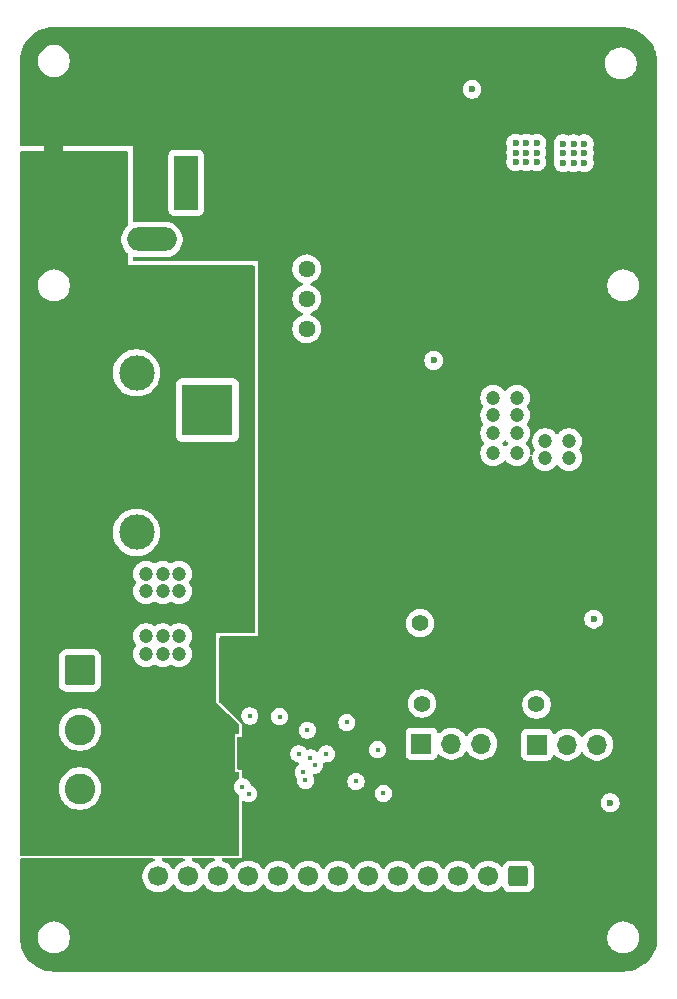
<source format=gbr>
%TF.GenerationSoftware,KiCad,Pcbnew,9.0.0*%
%TF.CreationDate,2025-03-07T07:16:51+07:00*%
%TF.ProjectId,Driver-DRV8317,44726976-6572-42d4-9452-56383331372e,rev?*%
%TF.SameCoordinates,Original*%
%TF.FileFunction,Copper,L3,Inr*%
%TF.FilePolarity,Positive*%
%FSLAX46Y46*%
G04 Gerber Fmt 4.6, Leading zero omitted, Abs format (unit mm)*
G04 Created by KiCad (PCBNEW 9.0.0) date 2025-03-07 07:16:51*
%MOMM*%
%LPD*%
G01*
G04 APERTURE LIST*
G04 Aperture macros list*
%AMRoundRect*
0 Rectangle with rounded corners*
0 $1 Rounding radius*
0 $2 $3 $4 $5 $6 $7 $8 $9 X,Y pos of 4 corners*
0 Add a 4 corners polygon primitive as box body*
4,1,4,$2,$3,$4,$5,$6,$7,$8,$9,$2,$3,0*
0 Add four circle primitives for the rounded corners*
1,1,$1+$1,$2,$3*
1,1,$1+$1,$4,$5*
1,1,$1+$1,$6,$7*
1,1,$1+$1,$8,$9*
0 Add four rect primitives between the rounded corners*
20,1,$1+$1,$2,$3,$4,$5,0*
20,1,$1+$1,$4,$5,$6,$7,0*
20,1,$1+$1,$6,$7,$8,$9,0*
20,1,$1+$1,$8,$9,$2,$3,0*%
G04 Aperture macros list end*
%TA.AperFunction,ComponentPad*%
%ADD10R,1.700000X1.700000*%
%TD*%
%TA.AperFunction,ComponentPad*%
%ADD11O,1.700000X1.700000*%
%TD*%
%TA.AperFunction,ComponentPad*%
%ADD12R,4.350000X4.350000*%
%TD*%
%TA.AperFunction,ComponentPad*%
%ADD13C,4.350000*%
%TD*%
%TA.AperFunction,ComponentPad*%
%ADD14C,3.000000*%
%TD*%
%TA.AperFunction,ComponentPad*%
%ADD15C,1.400000*%
%TD*%
%TA.AperFunction,ComponentPad*%
%ADD16RoundRect,0.250000X-0.600000X0.600000X-0.600000X-0.600000X0.600000X-0.600000X0.600000X0.600000X0*%
%TD*%
%TA.AperFunction,ComponentPad*%
%ADD17C,1.700000*%
%TD*%
%TA.AperFunction,ComponentPad*%
%ADD18RoundRect,0.250000X-1.050000X1.050000X-1.050000X-1.050000X1.050000X-1.050000X1.050000X1.050000X0*%
%TD*%
%TA.AperFunction,ComponentPad*%
%ADD19C,2.600000*%
%TD*%
%TA.AperFunction,ComponentPad*%
%ADD20R,2.000000X4.600000*%
%TD*%
%TA.AperFunction,ComponentPad*%
%ADD21O,2.000000X4.200000*%
%TD*%
%TA.AperFunction,ComponentPad*%
%ADD22O,4.200000X2.000000*%
%TD*%
%TA.AperFunction,ComponentPad*%
%ADD23C,1.440000*%
%TD*%
%TA.AperFunction,ViaPad*%
%ADD24C,0.650000*%
%TD*%
%TA.AperFunction,ViaPad*%
%ADD25C,0.450000*%
%TD*%
%TA.AperFunction,ViaPad*%
%ADD26C,0.600000*%
%TD*%
%TA.AperFunction,ViaPad*%
%ADD27C,1.200000*%
%TD*%
G04 APERTURE END LIST*
D10*
%TO.N,Net-(JP4-A)*%
%TO.C,JP4*%
X146830000Y-117950000D03*
D11*
%TO.N,SLEW*%
X149370000Y-117950000D03*
%TO.N,AVDD*%
X151910000Y-117950000D03*
%TD*%
D12*
%TO.N,V+*%
%TO.C,PS1*%
X128710000Y-89700000D03*
D13*
%TO.N,GND*%
X128710000Y-96900000D03*
D14*
%TO.N,unconnected-(PS1-PadMH1)*%
X122710000Y-86550000D03*
%TO.N,unconnected-(PS1-PadMH2)*%
X122710000Y-100050000D03*
%TD*%
D15*
%TO.N,Net-(JP4-A)*%
%TO.C,JP5*%
X146860000Y-114550000D03*
%TO.N,GND*%
X149400000Y-114550000D03*
%TD*%
%TO.N,Net-(JP1-A)*%
%TO.C,JP1*%
X156560000Y-114625000D03*
%TO.N,GND*%
X159100000Y-114625000D03*
%TD*%
D10*
%TO.N,Net-(JP1-A)*%
%TO.C,JP2*%
X156610000Y-118025000D03*
D11*
%TO.N,GAIN*%
X159150000Y-118025000D03*
%TO.N,AVDD*%
X161690000Y-118025000D03*
%TD*%
D16*
%TO.N,AVDD*%
%TO.C,J1*%
X155030000Y-129190000D03*
D17*
%TO.N,GND*%
X155030000Y-131730000D03*
%TO.N,+5V*%
X152490000Y-129190000D03*
%TO.N,GND*%
X152490000Y-131730000D03*
%TO.N,Net-(J1-Pin_5)*%
X149950000Y-129190000D03*
%TO.N,GND*%
X149950000Y-131730000D03*
%TO.N,Net-(J1-Pin_7)*%
X147410000Y-129190000D03*
%TO.N,GND*%
X147410000Y-131730000D03*
%TO.N,Net-(J1-Pin_9)*%
X144870000Y-129190000D03*
%TO.N,GND*%
X144870000Y-131730000D03*
%TO.N,/DRV8317/NSLEEP*%
X142330000Y-129190000D03*
%TO.N,GND*%
X142330000Y-131730000D03*
%TO.N,/DRV8317/NFAULT*%
X139790000Y-129190000D03*
%TO.N,GND*%
X139790000Y-131730000D03*
%TO.N,/DRV8317/TIM1_CH3N*%
X137250000Y-129190000D03*
%TO.N,GND*%
X137250000Y-131730000D03*
%TO.N,/DRV8317/TIM1_CH3*%
X134710000Y-129190000D03*
%TO.N,GND*%
X134710000Y-131730000D03*
%TO.N,/DRV8317/TIM1_CH2N*%
X132170000Y-129190000D03*
%TO.N,GND*%
X132170000Y-131730000D03*
%TO.N,/DRV8317/TIM1_CH2*%
X129630000Y-129190000D03*
%TO.N,GND*%
X129630000Y-131730000D03*
%TO.N,/DRV8317/TIM1_CH1N*%
X127090000Y-129190000D03*
%TO.N,GND*%
X127090000Y-131730000D03*
%TO.N,/DRV8317/TIM1_CH1*%
X124550000Y-129190000D03*
%TO.N,GND*%
X124550000Y-131730000D03*
%TD*%
D15*
%TO.N,MODE*%
%TO.C,JP3*%
X146720000Y-107750000D03*
%TO.N,GND*%
X149260000Y-107750000D03*
%TD*%
D18*
%TO.N,Net-(IC3-OUTA_1)*%
%TO.C,J6*%
X117900000Y-111750000D03*
D19*
%TO.N,Net-(IC3-OUTB_1)*%
X117900000Y-116750000D03*
%TO.N,Net-(IC3-OUTC_1)*%
X117900000Y-121750000D03*
%TD*%
D20*
%TO.N,V+*%
%TO.C,J5*%
X126910000Y-70450000D03*
D21*
%TO.N,GND*%
X120610000Y-70450000D03*
D22*
%TO.N,N/C*%
X124010000Y-75250000D03*
%TD*%
D23*
%TO.N,Net-(U1-FB)*%
%TO.C,RV1*%
X137110000Y-82830000D03*
%TO.N,VM*%
X137110000Y-80290000D03*
%TO.N,unconnected-(RV1-Pad3)*%
X137110000Y-77750000D03*
%TD*%
D24*
%TO.N,GND*%
X114310000Y-106550000D03*
X129510000Y-115600000D03*
X132310000Y-105550000D03*
X130291623Y-121109148D03*
D25*
X134510000Y-118250000D03*
D24*
X144310000Y-74050000D03*
X115310000Y-108550000D03*
X116310000Y-104550000D03*
X131310000Y-104550000D03*
X144310000Y-73050000D03*
X129510000Y-116600000D03*
X121310000Y-105550000D03*
X125291623Y-122109148D03*
X114310000Y-105550000D03*
X118310000Y-105550000D03*
X142310000Y-73050000D03*
X120310000Y-107550000D03*
X118310000Y-103550000D03*
X127510000Y-115600000D03*
X117310000Y-108550000D03*
X150310000Y-74050000D03*
X129291623Y-122109148D03*
X128310000Y-107550000D03*
X119310000Y-103550000D03*
X148310000Y-74050000D03*
D25*
X131610000Y-118750000D03*
D24*
X121310000Y-108550000D03*
X116310000Y-103550000D03*
X125510000Y-115600000D03*
X114310000Y-103550000D03*
X117310000Y-106550000D03*
D25*
X134510000Y-119250000D03*
D24*
X149310000Y-73050000D03*
X121310000Y-104550000D03*
D25*
X133910000Y-119750000D03*
D24*
X151310000Y-74050000D03*
D25*
X140072407Y-122125930D03*
D24*
X127291623Y-122109148D03*
X119310000Y-105550000D03*
X128310000Y-103550000D03*
X116310000Y-105550000D03*
X129310000Y-104550000D03*
X117310000Y-104550000D03*
X130310000Y-102550000D03*
X151310000Y-73050000D03*
D26*
X143510000Y-114800000D03*
D24*
X118310000Y-104550000D03*
X128291623Y-122109148D03*
X131310000Y-103550000D03*
X129310000Y-105550000D03*
X117310000Y-105550000D03*
D25*
X132210000Y-119750000D03*
D24*
X121310000Y-106550000D03*
X132310000Y-103550000D03*
D25*
X134510000Y-118750000D03*
D24*
X121310000Y-107550000D03*
X119310000Y-108550000D03*
X116310000Y-106550000D03*
D25*
X133910000Y-118750000D03*
X128410000Y-118150000D03*
D24*
X128310000Y-105550000D03*
X141310000Y-74050000D03*
D25*
X134510000Y-117750000D03*
D24*
X129291623Y-121109148D03*
X130310000Y-104550000D03*
X142310000Y-74050000D03*
X143310000Y-73050000D03*
X146310000Y-73050000D03*
D25*
X133910000Y-119250000D03*
D24*
X149310000Y-74050000D03*
X120310000Y-108550000D03*
X130291623Y-122109148D03*
D25*
X131610000Y-118250000D03*
X133910000Y-117750000D03*
D24*
X132310000Y-104550000D03*
X115310000Y-103550000D03*
X117310000Y-103550000D03*
X118310000Y-107550000D03*
D25*
X133910000Y-118250000D03*
X132210000Y-118250000D03*
D24*
X141310000Y-73050000D03*
X118310000Y-108550000D03*
D25*
X132210000Y-118750000D03*
D24*
X117310000Y-107550000D03*
X131310000Y-105550000D03*
X128510000Y-115600000D03*
D25*
X128410000Y-119350000D03*
D24*
X150310000Y-73050000D03*
D25*
X134510000Y-119750000D03*
D24*
X128291623Y-121109148D03*
D25*
X131610000Y-117750000D03*
D24*
X127510000Y-116600000D03*
X115310000Y-107550000D03*
X148310000Y-73050000D03*
X119310000Y-104550000D03*
D26*
X157510000Y-58150000D03*
D24*
X119310000Y-107550000D03*
X126291623Y-122109148D03*
X120310000Y-106550000D03*
X145310000Y-74050000D03*
X147310000Y-74050000D03*
X128510000Y-116600000D03*
X145310000Y-73050000D03*
X128310000Y-102550000D03*
X116310000Y-107550000D03*
X147310000Y-73050000D03*
X130510000Y-116600000D03*
D26*
X137010000Y-88750000D03*
D24*
X132310000Y-102550000D03*
X120310000Y-105550000D03*
X129310000Y-102550000D03*
X126510000Y-115600000D03*
X129310000Y-103550000D03*
D25*
X132210000Y-119250000D03*
D24*
X143310000Y-74050000D03*
X114310000Y-107550000D03*
X116310000Y-108550000D03*
X115310000Y-106550000D03*
X120310000Y-104550000D03*
D25*
X131610000Y-119750000D03*
D24*
X130310000Y-105550000D03*
X115310000Y-104550000D03*
X119310000Y-106550000D03*
X121310000Y-103550000D03*
X114310000Y-104550000D03*
X146310000Y-74050000D03*
D25*
X131610000Y-119250000D03*
D24*
X128310000Y-104550000D03*
X131310000Y-102550000D03*
X128310000Y-106550000D03*
X120310000Y-103550000D03*
X130310000Y-103550000D03*
D26*
X163660000Y-107300000D03*
D24*
X127291623Y-121109148D03*
X115310000Y-105550000D03*
X114310000Y-108550000D03*
D25*
X132210000Y-117750000D03*
D24*
X118310000Y-106550000D03*
D27*
%TO.N,VM*%
X123510000Y-105050000D03*
X124910000Y-108850000D03*
X157310000Y-93750000D03*
X159310000Y-92350000D03*
X123510000Y-110350000D03*
X124910000Y-103550000D03*
X152910000Y-88650000D03*
X152910000Y-93350000D03*
X154910000Y-88650000D03*
D25*
X131660000Y-121600000D03*
D27*
X126310000Y-105050000D03*
X124910000Y-110350000D03*
X126310000Y-110350000D03*
X126310000Y-103550000D03*
X154910000Y-90150000D03*
X123510000Y-108850000D03*
X152910000Y-91650000D03*
X123510000Y-103550000D03*
X159310000Y-93750000D03*
X126310000Y-108850000D03*
X154910000Y-91650000D03*
X152910000Y-90150000D03*
X154910000Y-93350000D03*
X157310000Y-92350000D03*
X124910000Y-105050000D03*
D26*
%TO.N,Net-(U1-FB)*%
X147860000Y-85500000D03*
D25*
%TO.N,AVDD*%
X137010000Y-121050000D03*
D26*
X160610000Y-67150000D03*
D25*
X132200000Y-122200000D03*
D26*
X156610000Y-67100000D03*
D25*
X141285000Y-121150000D03*
D26*
X154810000Y-68700000D03*
X156610000Y-67900000D03*
X160610000Y-67950000D03*
X156610000Y-68700000D03*
X154810000Y-67100000D03*
D25*
X136452496Y-118802542D03*
D26*
X159710000Y-67950000D03*
X154810000Y-67900000D03*
D25*
X137160000Y-116800000D03*
D26*
X158810000Y-68750000D03*
X161410000Y-107400000D03*
D25*
X132300000Y-115600000D03*
D26*
X158810000Y-67150000D03*
X155710000Y-68700000D03*
X159710000Y-68750000D03*
X155710000Y-67100000D03*
X158810000Y-67950000D03*
X160610000Y-68750000D03*
X159710000Y-67150000D03*
X155710000Y-67900000D03*
D25*
%TO.N,SLEW*%
X137800000Y-119750000D03*
%TO.N,/DRV8317/NFAULT*%
X138774364Y-118815359D03*
X134810000Y-115650000D03*
%TO.N,GAIN*%
X136810000Y-120350000D03*
%TO.N,MODE*%
X137400000Y-119150000D03*
%TO.N,/DRV8317/NSLEEP*%
X143110000Y-118450000D03*
X143610000Y-122150000D03*
X140510000Y-116150000D03*
D26*
%TO.N,+5V*%
X151110000Y-62550000D03*
X162810000Y-122950000D03*
%TD*%
%TA.AperFunction,Conductor*%
%TO.N,GND*%
G36*
X163713243Y-57250670D02*
G01*
X164027498Y-57267139D01*
X164040406Y-57268495D01*
X164348015Y-57317217D01*
X164360680Y-57319908D01*
X164661528Y-57400520D01*
X164673855Y-57404525D01*
X164964623Y-57516141D01*
X164976459Y-57521410D01*
X165253977Y-57662812D01*
X165265183Y-57669282D01*
X165526396Y-57838917D01*
X165536887Y-57846539D01*
X165778923Y-58042536D01*
X165788568Y-58051221D01*
X166008778Y-58271431D01*
X166017463Y-58281076D01*
X166213460Y-58523112D01*
X166221085Y-58533606D01*
X166390713Y-58794810D01*
X166397190Y-58806029D01*
X166493450Y-58994949D01*
X166538584Y-59083530D01*
X166543863Y-59095387D01*
X166655471Y-59386135D01*
X166659482Y-59398480D01*
X166689810Y-59511666D01*
X166724780Y-59642179D01*
X166740087Y-59699304D01*
X166742785Y-59711999D01*
X166791503Y-60019592D01*
X166792860Y-60032500D01*
X166809330Y-60346756D01*
X166809500Y-60353246D01*
X166809500Y-134346519D01*
X166809305Y-134353472D01*
X166791659Y-134667688D01*
X166790102Y-134681506D01*
X166737969Y-134988333D01*
X166734875Y-135001889D01*
X166648717Y-135300952D01*
X166644124Y-135314078D01*
X166525024Y-135601611D01*
X166518991Y-135614139D01*
X166368442Y-135886538D01*
X166361043Y-135898312D01*
X166180954Y-136152123D01*
X166172285Y-136162995D01*
X165964896Y-136395063D01*
X165955063Y-136404896D01*
X165722995Y-136612285D01*
X165712123Y-136620954D01*
X165458312Y-136801043D01*
X165446538Y-136808442D01*
X165174139Y-136958991D01*
X165161611Y-136965024D01*
X164874078Y-137084124D01*
X164860952Y-137088717D01*
X164561889Y-137174875D01*
X164548333Y-137177969D01*
X164241506Y-137230102D01*
X164227688Y-137231659D01*
X163913472Y-137249305D01*
X163906519Y-137249500D01*
X115713481Y-137249500D01*
X115706528Y-137249305D01*
X115392311Y-137231659D01*
X115378493Y-137230102D01*
X115071666Y-137177969D01*
X115058110Y-137174875D01*
X114759047Y-137088717D01*
X114745921Y-137084124D01*
X114458388Y-136965024D01*
X114445860Y-136958991D01*
X114238673Y-136844483D01*
X114173457Y-136808439D01*
X114161692Y-136801046D01*
X113907872Y-136620951D01*
X113897004Y-136612285D01*
X113664936Y-136404896D01*
X113655103Y-136395063D01*
X113447714Y-136162995D01*
X113439050Y-136152129D01*
X113258950Y-135898303D01*
X113251563Y-135886547D01*
X113101004Y-135614132D01*
X113094978Y-135601618D01*
X112975874Y-135314077D01*
X112971282Y-135300952D01*
X112950780Y-135229786D01*
X112885122Y-135001883D01*
X112882030Y-134988333D01*
X112829896Y-134681498D01*
X112828340Y-134667695D01*
X112810695Y-134353471D01*
X112810500Y-134346519D01*
X112810500Y-134243713D01*
X114359500Y-134243713D01*
X114359500Y-134456286D01*
X114371227Y-134530331D01*
X114392754Y-134666243D01*
X114397713Y-134681506D01*
X114458444Y-134868414D01*
X114554951Y-135057820D01*
X114679890Y-135229786D01*
X114830213Y-135380109D01*
X115002179Y-135505048D01*
X115002181Y-135505049D01*
X115002184Y-135505051D01*
X115191588Y-135601557D01*
X115393757Y-135667246D01*
X115603713Y-135700500D01*
X115603714Y-135700500D01*
X115816286Y-135700500D01*
X115816287Y-135700500D01*
X116026243Y-135667246D01*
X116228412Y-135601557D01*
X116417816Y-135505051D01*
X116439789Y-135489086D01*
X116589786Y-135380109D01*
X116589788Y-135380106D01*
X116589792Y-135380104D01*
X116740104Y-135229792D01*
X116740106Y-135229788D01*
X116740109Y-135229786D01*
X116865048Y-135057820D01*
X116865047Y-135057820D01*
X116865051Y-135057816D01*
X116961557Y-134868412D01*
X117027246Y-134666243D01*
X117060500Y-134456287D01*
X117060500Y-134243713D01*
X162559500Y-134243713D01*
X162559500Y-134456286D01*
X162571227Y-134530331D01*
X162592754Y-134666243D01*
X162597713Y-134681506D01*
X162658444Y-134868414D01*
X162754951Y-135057820D01*
X162879890Y-135229786D01*
X163030213Y-135380109D01*
X163202179Y-135505048D01*
X163202181Y-135505049D01*
X163202184Y-135505051D01*
X163391588Y-135601557D01*
X163593757Y-135667246D01*
X163803713Y-135700500D01*
X163803714Y-135700500D01*
X164016286Y-135700500D01*
X164016287Y-135700500D01*
X164226243Y-135667246D01*
X164428412Y-135601557D01*
X164617816Y-135505051D01*
X164639789Y-135489086D01*
X164789786Y-135380109D01*
X164789788Y-135380106D01*
X164789792Y-135380104D01*
X164940104Y-135229792D01*
X164940106Y-135229788D01*
X164940109Y-135229786D01*
X165065048Y-135057820D01*
X165065047Y-135057820D01*
X165065051Y-135057816D01*
X165161557Y-134868412D01*
X165227246Y-134666243D01*
X165260500Y-134456287D01*
X165260500Y-134243713D01*
X165227246Y-134033757D01*
X165161557Y-133831588D01*
X165065051Y-133642184D01*
X165065049Y-133642181D01*
X165065048Y-133642179D01*
X164940109Y-133470213D01*
X164789786Y-133319890D01*
X164617820Y-133194951D01*
X164428414Y-133098444D01*
X164428413Y-133098443D01*
X164428412Y-133098443D01*
X164226243Y-133032754D01*
X164226241Y-133032753D01*
X164226240Y-133032753D01*
X164064957Y-133007208D01*
X164016287Y-132999500D01*
X163803713Y-132999500D01*
X163755042Y-133007208D01*
X163593760Y-133032753D01*
X163391585Y-133098444D01*
X163202179Y-133194951D01*
X163030213Y-133319890D01*
X162879890Y-133470213D01*
X162754951Y-133642179D01*
X162658444Y-133831585D01*
X162592753Y-134033760D01*
X162559500Y-134243713D01*
X117060500Y-134243713D01*
X117027246Y-134033757D01*
X116961557Y-133831588D01*
X116865051Y-133642184D01*
X116865049Y-133642181D01*
X116865048Y-133642179D01*
X116740109Y-133470213D01*
X116589786Y-133319890D01*
X116417820Y-133194951D01*
X116228414Y-133098444D01*
X116228413Y-133098443D01*
X116228412Y-133098443D01*
X116026243Y-133032754D01*
X116026241Y-133032753D01*
X116026240Y-133032753D01*
X115864957Y-133007208D01*
X115816287Y-132999500D01*
X115603713Y-132999500D01*
X115555042Y-133007208D01*
X115393760Y-133032753D01*
X115191585Y-133098444D01*
X115002179Y-133194951D01*
X114830213Y-133319890D01*
X114679890Y-133470213D01*
X114554951Y-133642179D01*
X114458444Y-133831585D01*
X114392753Y-134033760D01*
X114359500Y-134243713D01*
X112810500Y-134243713D01*
X112810500Y-127774000D01*
X112830185Y-127706961D01*
X112882989Y-127661206D01*
X112934500Y-127650000D01*
X124136420Y-127650000D01*
X124203459Y-127669685D01*
X124249214Y-127722489D01*
X124259158Y-127791647D01*
X124230133Y-127855203D01*
X124174739Y-127891930D01*
X124031588Y-127938443D01*
X124031585Y-127938444D01*
X123842179Y-128034951D01*
X123670213Y-128159890D01*
X123519890Y-128310213D01*
X123394951Y-128482179D01*
X123298444Y-128671585D01*
X123232753Y-128873760D01*
X123199500Y-129083713D01*
X123199500Y-129296286D01*
X123232753Y-129506239D01*
X123298444Y-129708414D01*
X123394951Y-129897820D01*
X123519890Y-130069786D01*
X123670213Y-130220109D01*
X123842179Y-130345048D01*
X123842181Y-130345049D01*
X123842184Y-130345051D01*
X124031588Y-130441557D01*
X124233757Y-130507246D01*
X124443713Y-130540500D01*
X124443714Y-130540500D01*
X124656286Y-130540500D01*
X124656287Y-130540500D01*
X124866243Y-130507246D01*
X125068412Y-130441557D01*
X125257816Y-130345051D01*
X125279789Y-130329086D01*
X125429786Y-130220109D01*
X125429788Y-130220106D01*
X125429792Y-130220104D01*
X125580104Y-130069792D01*
X125580106Y-130069788D01*
X125580109Y-130069786D01*
X125705048Y-129897820D01*
X125705047Y-129897820D01*
X125705051Y-129897816D01*
X125709514Y-129889054D01*
X125757488Y-129838259D01*
X125825308Y-129821463D01*
X125891444Y-129843999D01*
X125930486Y-129889056D01*
X125934951Y-129897820D01*
X126059890Y-130069786D01*
X126210213Y-130220109D01*
X126382179Y-130345048D01*
X126382181Y-130345049D01*
X126382184Y-130345051D01*
X126571588Y-130441557D01*
X126773757Y-130507246D01*
X126983713Y-130540500D01*
X126983714Y-130540500D01*
X127196286Y-130540500D01*
X127196287Y-130540500D01*
X127406243Y-130507246D01*
X127608412Y-130441557D01*
X127797816Y-130345051D01*
X127819789Y-130329086D01*
X127969786Y-130220109D01*
X127969788Y-130220106D01*
X127969792Y-130220104D01*
X128120104Y-130069792D01*
X128120106Y-130069788D01*
X128120109Y-130069786D01*
X128245048Y-129897820D01*
X128245047Y-129897820D01*
X128245051Y-129897816D01*
X128249514Y-129889054D01*
X128297488Y-129838259D01*
X128365308Y-129821463D01*
X128431444Y-129843999D01*
X128470486Y-129889056D01*
X128474951Y-129897820D01*
X128599890Y-130069786D01*
X128750213Y-130220109D01*
X128922179Y-130345048D01*
X128922181Y-130345049D01*
X128922184Y-130345051D01*
X129111588Y-130441557D01*
X129313757Y-130507246D01*
X129523713Y-130540500D01*
X129523714Y-130540500D01*
X129736286Y-130540500D01*
X129736287Y-130540500D01*
X129946243Y-130507246D01*
X130148412Y-130441557D01*
X130337816Y-130345051D01*
X130359789Y-130329086D01*
X130509786Y-130220109D01*
X130509788Y-130220106D01*
X130509792Y-130220104D01*
X130660104Y-130069792D01*
X130660106Y-130069788D01*
X130660109Y-130069786D01*
X130785048Y-129897820D01*
X130785047Y-129897820D01*
X130785051Y-129897816D01*
X130789514Y-129889054D01*
X130837488Y-129838259D01*
X130905308Y-129821463D01*
X130971444Y-129843999D01*
X131010486Y-129889056D01*
X131014951Y-129897820D01*
X131139890Y-130069786D01*
X131290213Y-130220109D01*
X131462179Y-130345048D01*
X131462181Y-130345049D01*
X131462184Y-130345051D01*
X131651588Y-130441557D01*
X131853757Y-130507246D01*
X132063713Y-130540500D01*
X132063714Y-130540500D01*
X132276286Y-130540500D01*
X132276287Y-130540500D01*
X132486243Y-130507246D01*
X132688412Y-130441557D01*
X132877816Y-130345051D01*
X132899789Y-130329086D01*
X133049786Y-130220109D01*
X133049788Y-130220106D01*
X133049792Y-130220104D01*
X133200104Y-130069792D01*
X133200106Y-130069788D01*
X133200109Y-130069786D01*
X133325048Y-129897820D01*
X133325047Y-129897820D01*
X133325051Y-129897816D01*
X133329514Y-129889054D01*
X133377488Y-129838259D01*
X133445308Y-129821463D01*
X133511444Y-129843999D01*
X133550486Y-129889056D01*
X133554951Y-129897820D01*
X133679890Y-130069786D01*
X133830213Y-130220109D01*
X134002179Y-130345048D01*
X134002181Y-130345049D01*
X134002184Y-130345051D01*
X134191588Y-130441557D01*
X134393757Y-130507246D01*
X134603713Y-130540500D01*
X134603714Y-130540500D01*
X134816286Y-130540500D01*
X134816287Y-130540500D01*
X135026243Y-130507246D01*
X135228412Y-130441557D01*
X135417816Y-130345051D01*
X135439789Y-130329086D01*
X135589786Y-130220109D01*
X135589788Y-130220106D01*
X135589792Y-130220104D01*
X135740104Y-130069792D01*
X135740106Y-130069788D01*
X135740109Y-130069786D01*
X135865048Y-129897820D01*
X135865047Y-129897820D01*
X135865051Y-129897816D01*
X135869514Y-129889054D01*
X135917488Y-129838259D01*
X135985308Y-129821463D01*
X136051444Y-129843999D01*
X136090486Y-129889056D01*
X136094951Y-129897820D01*
X136219890Y-130069786D01*
X136370213Y-130220109D01*
X136542179Y-130345048D01*
X136542181Y-130345049D01*
X136542184Y-130345051D01*
X136731588Y-130441557D01*
X136933757Y-130507246D01*
X137143713Y-130540500D01*
X137143714Y-130540500D01*
X137356286Y-130540500D01*
X137356287Y-130540500D01*
X137566243Y-130507246D01*
X137768412Y-130441557D01*
X137957816Y-130345051D01*
X137979789Y-130329086D01*
X138129786Y-130220109D01*
X138129788Y-130220106D01*
X138129792Y-130220104D01*
X138280104Y-130069792D01*
X138280106Y-130069788D01*
X138280109Y-130069786D01*
X138405048Y-129897820D01*
X138405047Y-129897820D01*
X138405051Y-129897816D01*
X138409514Y-129889054D01*
X138457488Y-129838259D01*
X138525308Y-129821463D01*
X138591444Y-129843999D01*
X138630486Y-129889056D01*
X138634951Y-129897820D01*
X138759890Y-130069786D01*
X138910213Y-130220109D01*
X139082179Y-130345048D01*
X139082181Y-130345049D01*
X139082184Y-130345051D01*
X139271588Y-130441557D01*
X139473757Y-130507246D01*
X139683713Y-130540500D01*
X139683714Y-130540500D01*
X139896286Y-130540500D01*
X139896287Y-130540500D01*
X140106243Y-130507246D01*
X140308412Y-130441557D01*
X140497816Y-130345051D01*
X140519789Y-130329086D01*
X140669786Y-130220109D01*
X140669788Y-130220106D01*
X140669792Y-130220104D01*
X140820104Y-130069792D01*
X140820106Y-130069788D01*
X140820109Y-130069786D01*
X140945048Y-129897820D01*
X140945047Y-129897820D01*
X140945051Y-129897816D01*
X140949514Y-129889054D01*
X140997488Y-129838259D01*
X141065308Y-129821463D01*
X141131444Y-129843999D01*
X141170486Y-129889056D01*
X141174951Y-129897820D01*
X141299890Y-130069786D01*
X141450213Y-130220109D01*
X141622179Y-130345048D01*
X141622181Y-130345049D01*
X141622184Y-130345051D01*
X141811588Y-130441557D01*
X142013757Y-130507246D01*
X142223713Y-130540500D01*
X142223714Y-130540500D01*
X142436286Y-130540500D01*
X142436287Y-130540500D01*
X142646243Y-130507246D01*
X142848412Y-130441557D01*
X143037816Y-130345051D01*
X143059789Y-130329086D01*
X143209786Y-130220109D01*
X143209788Y-130220106D01*
X143209792Y-130220104D01*
X143360104Y-130069792D01*
X143360106Y-130069788D01*
X143360109Y-130069786D01*
X143485048Y-129897820D01*
X143485047Y-129897820D01*
X143485051Y-129897816D01*
X143489514Y-129889054D01*
X143537488Y-129838259D01*
X143605308Y-129821463D01*
X143671444Y-129843999D01*
X143710486Y-129889056D01*
X143714951Y-129897820D01*
X143839890Y-130069786D01*
X143990213Y-130220109D01*
X144162179Y-130345048D01*
X144162181Y-130345049D01*
X144162184Y-130345051D01*
X144351588Y-130441557D01*
X144553757Y-130507246D01*
X144763713Y-130540500D01*
X144763714Y-130540500D01*
X144976286Y-130540500D01*
X144976287Y-130540500D01*
X145186243Y-130507246D01*
X145388412Y-130441557D01*
X145577816Y-130345051D01*
X145599789Y-130329086D01*
X145749786Y-130220109D01*
X145749788Y-130220106D01*
X145749792Y-130220104D01*
X145900104Y-130069792D01*
X145900106Y-130069788D01*
X145900109Y-130069786D01*
X146025048Y-129897820D01*
X146025047Y-129897820D01*
X146025051Y-129897816D01*
X146029514Y-129889054D01*
X146077488Y-129838259D01*
X146145308Y-129821463D01*
X146211444Y-129843999D01*
X146250486Y-129889056D01*
X146254951Y-129897820D01*
X146379890Y-130069786D01*
X146530213Y-130220109D01*
X146702179Y-130345048D01*
X146702181Y-130345049D01*
X146702184Y-130345051D01*
X146891588Y-130441557D01*
X147093757Y-130507246D01*
X147303713Y-130540500D01*
X147303714Y-130540500D01*
X147516286Y-130540500D01*
X147516287Y-130540500D01*
X147726243Y-130507246D01*
X147928412Y-130441557D01*
X148117816Y-130345051D01*
X148139789Y-130329086D01*
X148289786Y-130220109D01*
X148289788Y-130220106D01*
X148289792Y-130220104D01*
X148440104Y-130069792D01*
X148440106Y-130069788D01*
X148440109Y-130069786D01*
X148565048Y-129897820D01*
X148565047Y-129897820D01*
X148565051Y-129897816D01*
X148569514Y-129889054D01*
X148617488Y-129838259D01*
X148685308Y-129821463D01*
X148751444Y-129843999D01*
X148790486Y-129889056D01*
X148794951Y-129897820D01*
X148919890Y-130069786D01*
X149070213Y-130220109D01*
X149242179Y-130345048D01*
X149242181Y-130345049D01*
X149242184Y-130345051D01*
X149431588Y-130441557D01*
X149633757Y-130507246D01*
X149843713Y-130540500D01*
X149843714Y-130540500D01*
X150056286Y-130540500D01*
X150056287Y-130540500D01*
X150266243Y-130507246D01*
X150468412Y-130441557D01*
X150657816Y-130345051D01*
X150679789Y-130329086D01*
X150829786Y-130220109D01*
X150829788Y-130220106D01*
X150829792Y-130220104D01*
X150980104Y-130069792D01*
X150980106Y-130069788D01*
X150980109Y-130069786D01*
X151105048Y-129897820D01*
X151105047Y-129897820D01*
X151105051Y-129897816D01*
X151109514Y-129889054D01*
X151157488Y-129838259D01*
X151225308Y-129821463D01*
X151291444Y-129843999D01*
X151330486Y-129889056D01*
X151334951Y-129897820D01*
X151459890Y-130069786D01*
X151610213Y-130220109D01*
X151782179Y-130345048D01*
X151782181Y-130345049D01*
X151782184Y-130345051D01*
X151971588Y-130441557D01*
X152173757Y-130507246D01*
X152383713Y-130540500D01*
X152383714Y-130540500D01*
X152596286Y-130540500D01*
X152596287Y-130540500D01*
X152806243Y-130507246D01*
X153008412Y-130441557D01*
X153197816Y-130345051D01*
X153219789Y-130329086D01*
X153369786Y-130220109D01*
X153369788Y-130220106D01*
X153369792Y-130220104D01*
X153520104Y-130069792D01*
X153523660Y-130064896D01*
X153578987Y-130022230D01*
X153648600Y-130016248D01*
X153710397Y-130048851D01*
X153741686Y-130098772D01*
X153745186Y-130109334D01*
X153837288Y-130258656D01*
X153961344Y-130382712D01*
X154110666Y-130474814D01*
X154277203Y-130529999D01*
X154379991Y-130540500D01*
X155680008Y-130540499D01*
X155782797Y-130529999D01*
X155949334Y-130474814D01*
X156098656Y-130382712D01*
X156222712Y-130258656D01*
X156314814Y-130109334D01*
X156369999Y-129942797D01*
X156380500Y-129840009D01*
X156380499Y-128539992D01*
X156369999Y-128437203D01*
X156314814Y-128270666D01*
X156222712Y-128121344D01*
X156098656Y-127997288D01*
X155949334Y-127905186D01*
X155782797Y-127850001D01*
X155782795Y-127850000D01*
X155680010Y-127839500D01*
X154379998Y-127839500D01*
X154379981Y-127839501D01*
X154277203Y-127850000D01*
X154277200Y-127850001D01*
X154110668Y-127905185D01*
X154110663Y-127905187D01*
X153961342Y-127997289D01*
X153837289Y-128121342D01*
X153745187Y-128270663D01*
X153745183Y-128270673D01*
X153741685Y-128281229D01*
X153701910Y-128338672D01*
X153637393Y-128365493D01*
X153568618Y-128353174D01*
X153523663Y-128315106D01*
X153520105Y-128310209D01*
X153369786Y-128159890D01*
X153197820Y-128034951D01*
X153008414Y-127938444D01*
X153008413Y-127938443D01*
X153008412Y-127938443D01*
X152806243Y-127872754D01*
X152806241Y-127872753D01*
X152806240Y-127872753D01*
X152644957Y-127847208D01*
X152596287Y-127839500D01*
X152383713Y-127839500D01*
X152335042Y-127847208D01*
X152173760Y-127872753D01*
X151971585Y-127938444D01*
X151782179Y-128034951D01*
X151610213Y-128159890D01*
X151459890Y-128310213D01*
X151334949Y-128482182D01*
X151330484Y-128490946D01*
X151282509Y-128541742D01*
X151214688Y-128558536D01*
X151148553Y-128535998D01*
X151109516Y-128490946D01*
X151105050Y-128482182D01*
X150980109Y-128310213D01*
X150829786Y-128159890D01*
X150657820Y-128034951D01*
X150468414Y-127938444D01*
X150468413Y-127938443D01*
X150468412Y-127938443D01*
X150266243Y-127872754D01*
X150266241Y-127872753D01*
X150266240Y-127872753D01*
X150104957Y-127847208D01*
X150056287Y-127839500D01*
X149843713Y-127839500D01*
X149795042Y-127847208D01*
X149633760Y-127872753D01*
X149431585Y-127938444D01*
X149242179Y-128034951D01*
X149070213Y-128159890D01*
X148919890Y-128310213D01*
X148794949Y-128482182D01*
X148790484Y-128490946D01*
X148742509Y-128541742D01*
X148674688Y-128558536D01*
X148608553Y-128535998D01*
X148569516Y-128490946D01*
X148565050Y-128482182D01*
X148440109Y-128310213D01*
X148289786Y-128159890D01*
X148117820Y-128034951D01*
X147928414Y-127938444D01*
X147928413Y-127938443D01*
X147928412Y-127938443D01*
X147726243Y-127872754D01*
X147726241Y-127872753D01*
X147726240Y-127872753D01*
X147564957Y-127847208D01*
X147516287Y-127839500D01*
X147303713Y-127839500D01*
X147255042Y-127847208D01*
X147093760Y-127872753D01*
X146891585Y-127938444D01*
X146702179Y-128034951D01*
X146530213Y-128159890D01*
X146379890Y-128310213D01*
X146254949Y-128482182D01*
X146250484Y-128490946D01*
X146202509Y-128541742D01*
X146134688Y-128558536D01*
X146068553Y-128535998D01*
X146029516Y-128490946D01*
X146025050Y-128482182D01*
X145900109Y-128310213D01*
X145749786Y-128159890D01*
X145577820Y-128034951D01*
X145388414Y-127938444D01*
X145388413Y-127938443D01*
X145388412Y-127938443D01*
X145186243Y-127872754D01*
X145186241Y-127872753D01*
X145186240Y-127872753D01*
X145024957Y-127847208D01*
X144976287Y-127839500D01*
X144763713Y-127839500D01*
X144715042Y-127847208D01*
X144553760Y-127872753D01*
X144351585Y-127938444D01*
X144162179Y-128034951D01*
X143990213Y-128159890D01*
X143839890Y-128310213D01*
X143714949Y-128482182D01*
X143710484Y-128490946D01*
X143662509Y-128541742D01*
X143594688Y-128558536D01*
X143528553Y-128535998D01*
X143489516Y-128490946D01*
X143485050Y-128482182D01*
X143360109Y-128310213D01*
X143209786Y-128159890D01*
X143037820Y-128034951D01*
X142848414Y-127938444D01*
X142848413Y-127938443D01*
X142848412Y-127938443D01*
X142646243Y-127872754D01*
X142646241Y-127872753D01*
X142646240Y-127872753D01*
X142484957Y-127847208D01*
X142436287Y-127839500D01*
X142223713Y-127839500D01*
X142175042Y-127847208D01*
X142013760Y-127872753D01*
X141811585Y-127938444D01*
X141622179Y-128034951D01*
X141450213Y-128159890D01*
X141299890Y-128310213D01*
X141174949Y-128482182D01*
X141170484Y-128490946D01*
X141122509Y-128541742D01*
X141054688Y-128558536D01*
X140988553Y-128535998D01*
X140949516Y-128490946D01*
X140945050Y-128482182D01*
X140820109Y-128310213D01*
X140669786Y-128159890D01*
X140497820Y-128034951D01*
X140308414Y-127938444D01*
X140308413Y-127938443D01*
X140308412Y-127938443D01*
X140106243Y-127872754D01*
X140106241Y-127872753D01*
X140106240Y-127872753D01*
X139944957Y-127847208D01*
X139896287Y-127839500D01*
X139683713Y-127839500D01*
X139635042Y-127847208D01*
X139473760Y-127872753D01*
X139271585Y-127938444D01*
X139082179Y-128034951D01*
X138910213Y-128159890D01*
X138759890Y-128310213D01*
X138634949Y-128482182D01*
X138630484Y-128490946D01*
X138582509Y-128541742D01*
X138514688Y-128558536D01*
X138448553Y-128535998D01*
X138409516Y-128490946D01*
X138405050Y-128482182D01*
X138280109Y-128310213D01*
X138129786Y-128159890D01*
X137957820Y-128034951D01*
X137768414Y-127938444D01*
X137768413Y-127938443D01*
X137768412Y-127938443D01*
X137566243Y-127872754D01*
X137566241Y-127872753D01*
X137566240Y-127872753D01*
X137404957Y-127847208D01*
X137356287Y-127839500D01*
X137143713Y-127839500D01*
X137095042Y-127847208D01*
X136933760Y-127872753D01*
X136731585Y-127938444D01*
X136542179Y-128034951D01*
X136370213Y-128159890D01*
X136219890Y-128310213D01*
X136094949Y-128482182D01*
X136090484Y-128490946D01*
X136042509Y-128541742D01*
X135974688Y-128558536D01*
X135908553Y-128535998D01*
X135869516Y-128490946D01*
X135865050Y-128482182D01*
X135740109Y-128310213D01*
X135589786Y-128159890D01*
X135417820Y-128034951D01*
X135228414Y-127938444D01*
X135228413Y-127938443D01*
X135228412Y-127938443D01*
X135026243Y-127872754D01*
X135026241Y-127872753D01*
X135026240Y-127872753D01*
X134864957Y-127847208D01*
X134816287Y-127839500D01*
X134603713Y-127839500D01*
X134555042Y-127847208D01*
X134393760Y-127872753D01*
X134191585Y-127938444D01*
X134002179Y-128034951D01*
X133830213Y-128159890D01*
X133679890Y-128310213D01*
X133554949Y-128482182D01*
X133550484Y-128490946D01*
X133502509Y-128541742D01*
X133434688Y-128558536D01*
X133368553Y-128535998D01*
X133329516Y-128490946D01*
X133325050Y-128482182D01*
X133200109Y-128310213D01*
X133049786Y-128159890D01*
X132877820Y-128034951D01*
X132688414Y-127938444D01*
X132688413Y-127938443D01*
X132688412Y-127938443D01*
X132486243Y-127872754D01*
X132486241Y-127872753D01*
X132486240Y-127872753D01*
X132324957Y-127847208D01*
X132276287Y-127839500D01*
X132063713Y-127839500D01*
X132015042Y-127847208D01*
X131853760Y-127872753D01*
X131651585Y-127938444D01*
X131462179Y-128034951D01*
X131290213Y-128159890D01*
X131139890Y-128310213D01*
X131014949Y-128482182D01*
X131010484Y-128490946D01*
X130962509Y-128541742D01*
X130894688Y-128558536D01*
X130828553Y-128535998D01*
X130789516Y-128490946D01*
X130785050Y-128482182D01*
X130660109Y-128310213D01*
X130509786Y-128159890D01*
X130337820Y-128034951D01*
X130148414Y-127938444D01*
X130148413Y-127938443D01*
X130148412Y-127938443D01*
X130005260Y-127891930D01*
X129947586Y-127852494D01*
X129920388Y-127788135D01*
X129932303Y-127719289D01*
X129979547Y-127667813D01*
X130043580Y-127650000D01*
X131610000Y-127650000D01*
X131610000Y-122910313D01*
X131629685Y-122843274D01*
X131682489Y-122797519D01*
X131751647Y-122787575D01*
X131802891Y-122807211D01*
X131856341Y-122842925D01*
X131856349Y-122842930D01*
X131867672Y-122847620D01*
X131988380Y-122897619D01*
X131988384Y-122897619D01*
X131988385Y-122897620D01*
X132128542Y-122925500D01*
X132128545Y-122925500D01*
X132271457Y-122925500D01*
X132365751Y-122906742D01*
X132411620Y-122897619D01*
X132543653Y-122842929D01*
X132662479Y-122763532D01*
X132763532Y-122662479D01*
X132842929Y-122543653D01*
X132897619Y-122411620D01*
X132914210Y-122328213D01*
X132925500Y-122271457D01*
X132925500Y-122221457D01*
X142884499Y-122221457D01*
X142912379Y-122361614D01*
X142912381Y-122361620D01*
X142967069Y-122493650D01*
X142967074Y-122493659D01*
X143046467Y-122612478D01*
X143046470Y-122612482D01*
X143147517Y-122713529D01*
X143147521Y-122713532D01*
X143266340Y-122792925D01*
X143266346Y-122792928D01*
X143266347Y-122792929D01*
X143398380Y-122847619D01*
X143398384Y-122847619D01*
X143398385Y-122847620D01*
X143538542Y-122875500D01*
X143538545Y-122875500D01*
X143681457Y-122875500D01*
X143703309Y-122871153D01*
X162009500Y-122871153D01*
X162009500Y-123028846D01*
X162040261Y-123183489D01*
X162040264Y-123183501D01*
X162100602Y-123329172D01*
X162100609Y-123329185D01*
X162188210Y-123460288D01*
X162188213Y-123460292D01*
X162299707Y-123571786D01*
X162299711Y-123571789D01*
X162430814Y-123659390D01*
X162430827Y-123659397D01*
X162576498Y-123719735D01*
X162576503Y-123719737D01*
X162731153Y-123750499D01*
X162731156Y-123750500D01*
X162731158Y-123750500D01*
X162888844Y-123750500D01*
X162888845Y-123750499D01*
X163043497Y-123719737D01*
X163189179Y-123659394D01*
X163320289Y-123571789D01*
X163431789Y-123460289D01*
X163519394Y-123329179D01*
X163579737Y-123183497D01*
X163610500Y-123028842D01*
X163610500Y-122871158D01*
X163610500Y-122871155D01*
X163610499Y-122871153D01*
X163593874Y-122787575D01*
X163579737Y-122716503D01*
X163557360Y-122662479D01*
X163519397Y-122570827D01*
X163519390Y-122570814D01*
X163431789Y-122439711D01*
X163431786Y-122439707D01*
X163320292Y-122328213D01*
X163320288Y-122328210D01*
X163189185Y-122240609D01*
X163189172Y-122240602D01*
X163043501Y-122180264D01*
X163043489Y-122180261D01*
X162888845Y-122149500D01*
X162888842Y-122149500D01*
X162731158Y-122149500D01*
X162731155Y-122149500D01*
X162576510Y-122180261D01*
X162576498Y-122180264D01*
X162430827Y-122240602D01*
X162430814Y-122240609D01*
X162299711Y-122328210D01*
X162299707Y-122328213D01*
X162188213Y-122439707D01*
X162188210Y-122439711D01*
X162100609Y-122570814D01*
X162100602Y-122570827D01*
X162040264Y-122716498D01*
X162040261Y-122716510D01*
X162009500Y-122871153D01*
X143703309Y-122871153D01*
X143775751Y-122856742D01*
X143821620Y-122847619D01*
X143953653Y-122792929D01*
X143997649Y-122763532D01*
X143999996Y-122761964D01*
X144027334Y-122743696D01*
X144072479Y-122713532D01*
X144173532Y-122612479D01*
X144252929Y-122493653D01*
X144307619Y-122361620D01*
X144325554Y-122271455D01*
X144335500Y-122221457D01*
X144335500Y-122078542D01*
X144307620Y-121938385D01*
X144307619Y-121938384D01*
X144307619Y-121938380D01*
X144252929Y-121806347D01*
X144252928Y-121806346D01*
X144252925Y-121806340D01*
X144173532Y-121687521D01*
X144173529Y-121687517D01*
X144072482Y-121586470D01*
X144072478Y-121586467D01*
X143953659Y-121507074D01*
X143953650Y-121507069D01*
X143821620Y-121452381D01*
X143821614Y-121452379D01*
X143681457Y-121424500D01*
X143681455Y-121424500D01*
X143538545Y-121424500D01*
X143538543Y-121424500D01*
X143398385Y-121452379D01*
X143398379Y-121452381D01*
X143266349Y-121507069D01*
X143266340Y-121507074D01*
X143147521Y-121586467D01*
X143147517Y-121586470D01*
X143046470Y-121687517D01*
X143046467Y-121687521D01*
X142967074Y-121806340D01*
X142967069Y-121806349D01*
X142912381Y-121938379D01*
X142912379Y-121938385D01*
X142884500Y-122078542D01*
X142884500Y-122078545D01*
X142884500Y-122221455D01*
X142884500Y-122221457D01*
X142884499Y-122221457D01*
X132925500Y-122221457D01*
X132925500Y-122128542D01*
X132919155Y-122096645D01*
X132897620Y-121988385D01*
X132897619Y-121988384D01*
X132897619Y-121988380D01*
X132855318Y-121886258D01*
X132842930Y-121856349D01*
X132842925Y-121856340D01*
X132763532Y-121737521D01*
X132763529Y-121737517D01*
X132662482Y-121636470D01*
X132662478Y-121636467D01*
X132543659Y-121557074D01*
X132543649Y-121557069D01*
X132438716Y-121513604D01*
X132384313Y-121469763D01*
X132364552Y-121423236D01*
X132357619Y-121388380D01*
X132302929Y-121256347D01*
X132302928Y-121256346D01*
X132302925Y-121256340D01*
X132223532Y-121137521D01*
X132223529Y-121137517D01*
X132122482Y-121036470D01*
X132122478Y-121036467D01*
X132003659Y-120957074D01*
X132003650Y-120957069D01*
X131871620Y-120902381D01*
X131871614Y-120902379D01*
X131731457Y-120874499D01*
X131725395Y-120873903D01*
X131725579Y-120872027D01*
X131666961Y-120854815D01*
X131621206Y-120802011D01*
X131610000Y-120750500D01*
X131610000Y-120150000D01*
X131334000Y-120150000D01*
X131266961Y-120130315D01*
X131221206Y-120077511D01*
X131210000Y-120026000D01*
X131210000Y-118873999D01*
X135726995Y-118873999D01*
X135754875Y-119014156D01*
X135754877Y-119014162D01*
X135809565Y-119146192D01*
X135809570Y-119146201D01*
X135888963Y-119265020D01*
X135888966Y-119265024D01*
X135990013Y-119366071D01*
X135990017Y-119366074D01*
X136108836Y-119445467D01*
X136108842Y-119445470D01*
X136108843Y-119445471D01*
X136240876Y-119500161D01*
X136240880Y-119500161D01*
X136240881Y-119500162D01*
X136359638Y-119523785D01*
X136421549Y-119556170D01*
X136456123Y-119616886D01*
X136452383Y-119686655D01*
X136411516Y-119743327D01*
X136404337Y-119748504D01*
X136347521Y-119786467D01*
X136347517Y-119786470D01*
X136246470Y-119887517D01*
X136246467Y-119887521D01*
X136167074Y-120006340D01*
X136167069Y-120006349D01*
X136112381Y-120138379D01*
X136112379Y-120138385D01*
X136084500Y-120278542D01*
X136084500Y-120278545D01*
X136084500Y-120421455D01*
X136084500Y-120421457D01*
X136084499Y-120421457D01*
X136112379Y-120561614D01*
X136112381Y-120561620D01*
X136167069Y-120693650D01*
X136167074Y-120693659D01*
X136246467Y-120812478D01*
X136246470Y-120812482D01*
X136258875Y-120824887D01*
X136292360Y-120886210D01*
X136292811Y-120936759D01*
X136284500Y-120978540D01*
X136284500Y-120978545D01*
X136284500Y-121121455D01*
X136284500Y-121121457D01*
X136284499Y-121121457D01*
X136312379Y-121261614D01*
X136312381Y-121261620D01*
X136367069Y-121393650D01*
X136367074Y-121393659D01*
X136446467Y-121512478D01*
X136446470Y-121512482D01*
X136547517Y-121613529D01*
X136547521Y-121613532D01*
X136666340Y-121692925D01*
X136666346Y-121692928D01*
X136666347Y-121692929D01*
X136798380Y-121747619D01*
X136798384Y-121747619D01*
X136798385Y-121747620D01*
X136938542Y-121775500D01*
X136938545Y-121775500D01*
X137081457Y-121775500D01*
X137175751Y-121756742D01*
X137221620Y-121747619D01*
X137353653Y-121692929D01*
X137472479Y-121613532D01*
X137573532Y-121512479D01*
X137652929Y-121393653D01*
X137707619Y-121261620D01*
X137715608Y-121221457D01*
X140559499Y-121221457D01*
X140587379Y-121361614D01*
X140587381Y-121361620D01*
X140642069Y-121493650D01*
X140642074Y-121493659D01*
X140721467Y-121612478D01*
X140721470Y-121612482D01*
X140822517Y-121713529D01*
X140822521Y-121713532D01*
X140941340Y-121792925D01*
X140941346Y-121792928D01*
X140941347Y-121792929D01*
X141073380Y-121847619D01*
X141073384Y-121847619D01*
X141073385Y-121847620D01*
X141213542Y-121875500D01*
X141213545Y-121875500D01*
X141356457Y-121875500D01*
X141452777Y-121856340D01*
X141496620Y-121847619D01*
X141628653Y-121792929D01*
X141747479Y-121713532D01*
X141848532Y-121612479D01*
X141927929Y-121493653D01*
X141982619Y-121361620D01*
X142003559Y-121256349D01*
X142010500Y-121221457D01*
X142010500Y-121078542D01*
X141982620Y-120938385D01*
X141982619Y-120938384D01*
X141982619Y-120938380D01*
X141927929Y-120806347D01*
X141927928Y-120806346D01*
X141927925Y-120806340D01*
X141848532Y-120687521D01*
X141848529Y-120687517D01*
X141747482Y-120586470D01*
X141747478Y-120586467D01*
X141628659Y-120507074D01*
X141628650Y-120507069D01*
X141496620Y-120452381D01*
X141496614Y-120452379D01*
X141356457Y-120424500D01*
X141356455Y-120424500D01*
X141213545Y-120424500D01*
X141213543Y-120424500D01*
X141073385Y-120452379D01*
X141073379Y-120452381D01*
X140941349Y-120507069D01*
X140941340Y-120507074D01*
X140822521Y-120586467D01*
X140822517Y-120586470D01*
X140721470Y-120687517D01*
X140721467Y-120687521D01*
X140642074Y-120806340D01*
X140642069Y-120806349D01*
X140587381Y-120938379D01*
X140587379Y-120938385D01*
X140559500Y-121078542D01*
X140559500Y-121078545D01*
X140559500Y-121221455D01*
X140559500Y-121221457D01*
X140559499Y-121221457D01*
X137715608Y-121221457D01*
X137725842Y-121170007D01*
X137735500Y-121121457D01*
X137735500Y-120978542D01*
X137707620Y-120838385D01*
X137707619Y-120838384D01*
X137707619Y-120838380D01*
X137652929Y-120706347D01*
X137652928Y-120706346D01*
X137652925Y-120706340D01*
X137627568Y-120668391D01*
X137606690Y-120601714D01*
X137625174Y-120534334D01*
X137677153Y-120487643D01*
X137730670Y-120475500D01*
X137871457Y-120475500D01*
X137987690Y-120452379D01*
X138011620Y-120447619D01*
X138143653Y-120392929D01*
X138262479Y-120313532D01*
X138363532Y-120212479D01*
X138442929Y-120093653D01*
X138497619Y-119961620D01*
X138506742Y-119915751D01*
X138525500Y-119821457D01*
X138525500Y-119678542D01*
X138524903Y-119672480D01*
X138526609Y-119672311D01*
X138532108Y-119610866D01*
X138574971Y-119555689D01*
X138640860Y-119532444D01*
X138671689Y-119534648D01*
X138689195Y-119538131D01*
X138702908Y-119540859D01*
X138702909Y-119540859D01*
X138845821Y-119540859D01*
X138940115Y-119522101D01*
X138985984Y-119512978D01*
X139118017Y-119458288D01*
X139236843Y-119378891D01*
X139337896Y-119277838D01*
X139417293Y-119159012D01*
X139471983Y-119026979D01*
X139481307Y-118980104D01*
X139499864Y-118886816D01*
X139499864Y-118743901D01*
X139471984Y-118603744D01*
X139471983Y-118603743D01*
X139471983Y-118603739D01*
X139437901Y-118521457D01*
X142384499Y-118521457D01*
X142412379Y-118661614D01*
X142412381Y-118661620D01*
X142467069Y-118793650D01*
X142467074Y-118793659D01*
X142546467Y-118912478D01*
X142546470Y-118912482D01*
X142647517Y-119013529D01*
X142647521Y-119013532D01*
X142766340Y-119092925D01*
X142766346Y-119092928D01*
X142766347Y-119092929D01*
X142898380Y-119147619D01*
X142898384Y-119147619D01*
X142898385Y-119147620D01*
X143038542Y-119175500D01*
X143038545Y-119175500D01*
X143181457Y-119175500D01*
X143275751Y-119156742D01*
X143321620Y-119147619D01*
X143453653Y-119092929D01*
X143572479Y-119013532D01*
X143673532Y-118912479D01*
X143752929Y-118793653D01*
X143807619Y-118661620D01*
X143819133Y-118603738D01*
X143835500Y-118521457D01*
X143835500Y-118378542D01*
X143807620Y-118238385D01*
X143807619Y-118238384D01*
X143807619Y-118238380D01*
X143753031Y-118106593D01*
X143752930Y-118106349D01*
X143752925Y-118106340D01*
X143673532Y-117987521D01*
X143673529Y-117987517D01*
X143572482Y-117886470D01*
X143572478Y-117886467D01*
X143453659Y-117807074D01*
X143453650Y-117807069D01*
X143321620Y-117752381D01*
X143321614Y-117752379D01*
X143181457Y-117724500D01*
X143181455Y-117724500D01*
X143038545Y-117724500D01*
X143038543Y-117724500D01*
X142898385Y-117752379D01*
X142898379Y-117752381D01*
X142766349Y-117807069D01*
X142766340Y-117807074D01*
X142647521Y-117886467D01*
X142647517Y-117886470D01*
X142546470Y-117987517D01*
X142546467Y-117987521D01*
X142467074Y-118106340D01*
X142467069Y-118106349D01*
X142412381Y-118238379D01*
X142412379Y-118238385D01*
X142384500Y-118378542D01*
X142384500Y-118378545D01*
X142384500Y-118521455D01*
X142384500Y-118521457D01*
X142384499Y-118521457D01*
X139437901Y-118521457D01*
X139417293Y-118471706D01*
X139372194Y-118404210D01*
X139337896Y-118352879D01*
X139236846Y-118251829D01*
X139236842Y-118251826D01*
X139118023Y-118172433D01*
X139118014Y-118172428D01*
X138985984Y-118117740D01*
X138985978Y-118117738D01*
X138845821Y-118089859D01*
X138845819Y-118089859D01*
X138702909Y-118089859D01*
X138702907Y-118089859D01*
X138562749Y-118117738D01*
X138562743Y-118117740D01*
X138430713Y-118172428D01*
X138430704Y-118172433D01*
X138311885Y-118251826D01*
X138311881Y-118251829D01*
X138210834Y-118352876D01*
X138210831Y-118352880D01*
X138131438Y-118471699D01*
X138131433Y-118471709D01*
X138090064Y-118571582D01*
X138046222Y-118625986D01*
X137979928Y-118648050D01*
X137912229Y-118630770D01*
X137887822Y-118611810D01*
X137862482Y-118586470D01*
X137862478Y-118586467D01*
X137743659Y-118507074D01*
X137743650Y-118507069D01*
X137611620Y-118452381D01*
X137611614Y-118452379D01*
X137471457Y-118424500D01*
X137471455Y-118424500D01*
X137328545Y-118424500D01*
X137328540Y-118424500D01*
X137183753Y-118453300D01*
X137114161Y-118447073D01*
X137058984Y-118404210D01*
X137056459Y-118400573D01*
X137034884Y-118368284D01*
X137016028Y-118340063D01*
X137016026Y-118340060D01*
X136914978Y-118239012D01*
X136914974Y-118239009D01*
X136796155Y-118159616D01*
X136796146Y-118159611D01*
X136664116Y-118104923D01*
X136664110Y-118104921D01*
X136523953Y-118077042D01*
X136523951Y-118077042D01*
X136381041Y-118077042D01*
X136381039Y-118077042D01*
X136240881Y-118104921D01*
X136240875Y-118104923D01*
X136108845Y-118159611D01*
X136108836Y-118159616D01*
X135990017Y-118239009D01*
X135990013Y-118239012D01*
X135888966Y-118340059D01*
X135888963Y-118340063D01*
X135809570Y-118458882D01*
X135809565Y-118458891D01*
X135754877Y-118590921D01*
X135754875Y-118590927D01*
X135726996Y-118731084D01*
X135726996Y-118731087D01*
X135726996Y-118873997D01*
X135726996Y-118873999D01*
X135726995Y-118873999D01*
X131210000Y-118873999D01*
X131210000Y-117474000D01*
X131229685Y-117406961D01*
X131282489Y-117361206D01*
X131334000Y-117350000D01*
X131610000Y-117350000D01*
X131610000Y-116871457D01*
X136434499Y-116871457D01*
X136462379Y-117011614D01*
X136462381Y-117011620D01*
X136517069Y-117143650D01*
X136517074Y-117143659D01*
X136596467Y-117262478D01*
X136596470Y-117262482D01*
X136697517Y-117363529D01*
X136697521Y-117363532D01*
X136816340Y-117442925D01*
X136816346Y-117442928D01*
X136816347Y-117442929D01*
X136948380Y-117497619D01*
X136948384Y-117497619D01*
X136948385Y-117497620D01*
X137088542Y-117525500D01*
X137088545Y-117525500D01*
X137231457Y-117525500D01*
X137326546Y-117506585D01*
X137371620Y-117497619D01*
X137503653Y-117442929D01*
X137622479Y-117363532D01*
X137723532Y-117262479D01*
X137802929Y-117143653D01*
X137840837Y-117052135D01*
X145479500Y-117052135D01*
X145479500Y-118847870D01*
X145479501Y-118847876D01*
X145485908Y-118907483D01*
X145536202Y-119042328D01*
X145536206Y-119042335D01*
X145622452Y-119157544D01*
X145622455Y-119157547D01*
X145737664Y-119243793D01*
X145737671Y-119243797D01*
X145872517Y-119294091D01*
X145872516Y-119294091D01*
X145879444Y-119294835D01*
X145932127Y-119300500D01*
X147727872Y-119300499D01*
X147787483Y-119294091D01*
X147922331Y-119243796D01*
X148037546Y-119157546D01*
X148123796Y-119042331D01*
X148172810Y-118910916D01*
X148214681Y-118854984D01*
X148280145Y-118830566D01*
X148348418Y-118845417D01*
X148376673Y-118866569D01*
X148490213Y-118980109D01*
X148662179Y-119105048D01*
X148662181Y-119105049D01*
X148662184Y-119105051D01*
X148851588Y-119201557D01*
X149053757Y-119267246D01*
X149263713Y-119300500D01*
X149263714Y-119300500D01*
X149476286Y-119300500D01*
X149476287Y-119300500D01*
X149686243Y-119267246D01*
X149888412Y-119201557D01*
X150077816Y-119105051D01*
X150164138Y-119042335D01*
X150249786Y-118980109D01*
X150249788Y-118980106D01*
X150249792Y-118980104D01*
X150400104Y-118829792D01*
X150400106Y-118829788D01*
X150400109Y-118829786D01*
X150525048Y-118657820D01*
X150525047Y-118657820D01*
X150525051Y-118657816D01*
X150529514Y-118649054D01*
X150577488Y-118598259D01*
X150645308Y-118581463D01*
X150711444Y-118603999D01*
X150750486Y-118649056D01*
X150754951Y-118657820D01*
X150879890Y-118829786D01*
X151030213Y-118980109D01*
X151202179Y-119105048D01*
X151202181Y-119105049D01*
X151202184Y-119105051D01*
X151391588Y-119201557D01*
X151593757Y-119267246D01*
X151803713Y-119300500D01*
X151803714Y-119300500D01*
X152016286Y-119300500D01*
X152016287Y-119300500D01*
X152226243Y-119267246D01*
X152428412Y-119201557D01*
X152617816Y-119105051D01*
X152704138Y-119042335D01*
X152789786Y-118980109D01*
X152789788Y-118980106D01*
X152789792Y-118980104D01*
X152940104Y-118829792D01*
X152940106Y-118829788D01*
X152940109Y-118829786D01*
X153065048Y-118657820D01*
X153065047Y-118657820D01*
X153065051Y-118657816D01*
X153161557Y-118468412D01*
X153227246Y-118266243D01*
X153260500Y-118056287D01*
X153260500Y-117843713D01*
X153227246Y-117633757D01*
X153161557Y-117431588D01*
X153065051Y-117242184D01*
X152981464Y-117127135D01*
X155259500Y-117127135D01*
X155259500Y-118922870D01*
X155259501Y-118922876D01*
X155265908Y-118982483D01*
X155316202Y-119117328D01*
X155316206Y-119117335D01*
X155402452Y-119232544D01*
X155402455Y-119232547D01*
X155517664Y-119318793D01*
X155517671Y-119318797D01*
X155652517Y-119369091D01*
X155652516Y-119369091D01*
X155659444Y-119369835D01*
X155712127Y-119375500D01*
X157507872Y-119375499D01*
X157567483Y-119369091D01*
X157702331Y-119318796D01*
X157817546Y-119232546D01*
X157903796Y-119117331D01*
X157952810Y-118985916D01*
X157994681Y-118929984D01*
X158060145Y-118905566D01*
X158128418Y-118920417D01*
X158156673Y-118941569D01*
X158270213Y-119055109D01*
X158442179Y-119180048D01*
X158442181Y-119180049D01*
X158442184Y-119180051D01*
X158631588Y-119276557D01*
X158833757Y-119342246D01*
X159043713Y-119375500D01*
X159043714Y-119375500D01*
X159256286Y-119375500D01*
X159256287Y-119375500D01*
X159466243Y-119342246D01*
X159668412Y-119276557D01*
X159857816Y-119180051D01*
X159944138Y-119117335D01*
X160029786Y-119055109D01*
X160029788Y-119055106D01*
X160029792Y-119055104D01*
X160180104Y-118904792D01*
X160180106Y-118904788D01*
X160180109Y-118904786D01*
X160305048Y-118732820D01*
X160305047Y-118732820D01*
X160305051Y-118732816D01*
X160309514Y-118724054D01*
X160357488Y-118673259D01*
X160425308Y-118656463D01*
X160491444Y-118678999D01*
X160530486Y-118724056D01*
X160534951Y-118732820D01*
X160659890Y-118904786D01*
X160810213Y-119055109D01*
X160982179Y-119180048D01*
X160982181Y-119180049D01*
X160982184Y-119180051D01*
X161171588Y-119276557D01*
X161373757Y-119342246D01*
X161583713Y-119375500D01*
X161583714Y-119375500D01*
X161796286Y-119375500D01*
X161796287Y-119375500D01*
X162006243Y-119342246D01*
X162208412Y-119276557D01*
X162397816Y-119180051D01*
X162484138Y-119117335D01*
X162569786Y-119055109D01*
X162569788Y-119055106D01*
X162569792Y-119055104D01*
X162720104Y-118904792D01*
X162720106Y-118904788D01*
X162720109Y-118904786D01*
X162845048Y-118732820D01*
X162845047Y-118732820D01*
X162845051Y-118732816D01*
X162941557Y-118543412D01*
X163007246Y-118341243D01*
X163040500Y-118131287D01*
X163040500Y-117918713D01*
X163007246Y-117708757D01*
X162941557Y-117506588D01*
X162845051Y-117317184D01*
X162845049Y-117317181D01*
X162845048Y-117317179D01*
X162720109Y-117145213D01*
X162569786Y-116994890D01*
X162397820Y-116869951D01*
X162208414Y-116773444D01*
X162208413Y-116773443D01*
X162208412Y-116773443D01*
X162006243Y-116707754D01*
X162006241Y-116707753D01*
X162006240Y-116707753D01*
X161844957Y-116682208D01*
X161796287Y-116674500D01*
X161583713Y-116674500D01*
X161535042Y-116682208D01*
X161373760Y-116707753D01*
X161171585Y-116773444D01*
X160982179Y-116869951D01*
X160810213Y-116994890D01*
X160659890Y-117145213D01*
X160534949Y-117317182D01*
X160530484Y-117325946D01*
X160482509Y-117376742D01*
X160414688Y-117393536D01*
X160348553Y-117370998D01*
X160309516Y-117325946D01*
X160305050Y-117317182D01*
X160180109Y-117145213D01*
X160029786Y-116994890D01*
X159857820Y-116869951D01*
X159668414Y-116773444D01*
X159668413Y-116773443D01*
X159668412Y-116773443D01*
X159466243Y-116707754D01*
X159466241Y-116707753D01*
X159466240Y-116707753D01*
X159304957Y-116682208D01*
X159256287Y-116674500D01*
X159043713Y-116674500D01*
X158995042Y-116682208D01*
X158833760Y-116707753D01*
X158631585Y-116773444D01*
X158442179Y-116869951D01*
X158270215Y-116994889D01*
X158156673Y-117108431D01*
X158095350Y-117141915D01*
X158025658Y-117136931D01*
X157969725Y-117095059D01*
X157952810Y-117064082D01*
X157903797Y-116932671D01*
X157903793Y-116932664D01*
X157817547Y-116817455D01*
X157817544Y-116817452D01*
X157702335Y-116731206D01*
X157702328Y-116731202D01*
X157567482Y-116680908D01*
X157567483Y-116680908D01*
X157507883Y-116674501D01*
X157507881Y-116674500D01*
X157507873Y-116674500D01*
X157507864Y-116674500D01*
X155712129Y-116674500D01*
X155712123Y-116674501D01*
X155652516Y-116680908D01*
X155517671Y-116731202D01*
X155517664Y-116731206D01*
X155402455Y-116817452D01*
X155402452Y-116817455D01*
X155316206Y-116932664D01*
X155316202Y-116932671D01*
X155265908Y-117067517D01*
X155259501Y-117127116D01*
X155259500Y-117127135D01*
X152981464Y-117127135D01*
X152940104Y-117070208D01*
X152789792Y-116919896D01*
X152789786Y-116919890D01*
X152617820Y-116794951D01*
X152428414Y-116698444D01*
X152428413Y-116698443D01*
X152428412Y-116698443D01*
X152226243Y-116632754D01*
X152226241Y-116632753D01*
X152226240Y-116632753D01*
X152064957Y-116607208D01*
X152016287Y-116599500D01*
X151803713Y-116599500D01*
X151755042Y-116607208D01*
X151593760Y-116632753D01*
X151391585Y-116698444D01*
X151202179Y-116794951D01*
X151030213Y-116919890D01*
X150879890Y-117070213D01*
X150754949Y-117242182D01*
X150750484Y-117250946D01*
X150702509Y-117301742D01*
X150634688Y-117318536D01*
X150568553Y-117295998D01*
X150529516Y-117250946D01*
X150525050Y-117242182D01*
X150400109Y-117070213D01*
X150249786Y-116919890D01*
X150077820Y-116794951D01*
X149888414Y-116698444D01*
X149888413Y-116698443D01*
X149888412Y-116698443D01*
X149686243Y-116632754D01*
X149686241Y-116632753D01*
X149686240Y-116632753D01*
X149524957Y-116607208D01*
X149476287Y-116599500D01*
X149263713Y-116599500D01*
X149215042Y-116607208D01*
X149053760Y-116632753D01*
X148851585Y-116698444D01*
X148662179Y-116794951D01*
X148490215Y-116919889D01*
X148376673Y-117033431D01*
X148315350Y-117066915D01*
X148245658Y-117061931D01*
X148189725Y-117020059D01*
X148172810Y-116989082D01*
X148123797Y-116857671D01*
X148123793Y-116857664D01*
X148037547Y-116742455D01*
X148037544Y-116742452D01*
X147922335Y-116656206D01*
X147922328Y-116656202D01*
X147787482Y-116605908D01*
X147787483Y-116605908D01*
X147727883Y-116599501D01*
X147727881Y-116599500D01*
X147727873Y-116599500D01*
X147727864Y-116599500D01*
X145932129Y-116599500D01*
X145932123Y-116599501D01*
X145872516Y-116605908D01*
X145737671Y-116656202D01*
X145737664Y-116656206D01*
X145622455Y-116742452D01*
X145622452Y-116742455D01*
X145536206Y-116857664D01*
X145536202Y-116857671D01*
X145485908Y-116992517D01*
X145479501Y-117052116D01*
X145479500Y-117052135D01*
X137840837Y-117052135D01*
X137857619Y-117011620D01*
X137873325Y-116932664D01*
X137885500Y-116871457D01*
X137885500Y-116728542D01*
X137857620Y-116588385D01*
X137857619Y-116588384D01*
X137857619Y-116588380D01*
X137802929Y-116456347D01*
X137802928Y-116456346D01*
X137802925Y-116456340D01*
X137723532Y-116337521D01*
X137723529Y-116337517D01*
X137622482Y-116236470D01*
X137622478Y-116236467D01*
X137600014Y-116221457D01*
X139784499Y-116221457D01*
X139812379Y-116361614D01*
X139812381Y-116361620D01*
X139867069Y-116493650D01*
X139867074Y-116493659D01*
X139946467Y-116612478D01*
X139946470Y-116612482D01*
X140047517Y-116713529D01*
X140047521Y-116713532D01*
X140166340Y-116792925D01*
X140166349Y-116792930D01*
X140196258Y-116805318D01*
X140298380Y-116847619D01*
X140298384Y-116847619D01*
X140298385Y-116847620D01*
X140438542Y-116875500D01*
X140438545Y-116875500D01*
X140581457Y-116875500D01*
X140675751Y-116856742D01*
X140721620Y-116847619D01*
X140853653Y-116792929D01*
X140972479Y-116713532D01*
X141073532Y-116612479D01*
X141152929Y-116493653D01*
X141207619Y-116361620D01*
X141221284Y-116292925D01*
X141235500Y-116221457D01*
X141235500Y-116078542D01*
X141207620Y-115938385D01*
X141207619Y-115938384D01*
X141207619Y-115938380D01*
X141165318Y-115836258D01*
X141152930Y-115806349D01*
X141152925Y-115806340D01*
X141073532Y-115687521D01*
X141073529Y-115687517D01*
X140972482Y-115586470D01*
X140972478Y-115586467D01*
X140853659Y-115507074D01*
X140853650Y-115507069D01*
X140721620Y-115452381D01*
X140721614Y-115452379D01*
X140581457Y-115424500D01*
X140581455Y-115424500D01*
X140438545Y-115424500D01*
X140438543Y-115424500D01*
X140298385Y-115452379D01*
X140298379Y-115452381D01*
X140166349Y-115507069D01*
X140166340Y-115507074D01*
X140047521Y-115586467D01*
X140047517Y-115586470D01*
X139946470Y-115687517D01*
X139946467Y-115687521D01*
X139867074Y-115806340D01*
X139867069Y-115806349D01*
X139812381Y-115938379D01*
X139812379Y-115938385D01*
X139784500Y-116078542D01*
X139784500Y-116078545D01*
X139784500Y-116221455D01*
X139784500Y-116221457D01*
X139784499Y-116221457D01*
X137600014Y-116221457D01*
X137531317Y-116175555D01*
X137503659Y-116157074D01*
X137503650Y-116157069D01*
X137371620Y-116102381D01*
X137371614Y-116102379D01*
X137231457Y-116074500D01*
X137231455Y-116074500D01*
X137088545Y-116074500D01*
X137088543Y-116074500D01*
X136948385Y-116102379D01*
X136948379Y-116102381D01*
X136816349Y-116157069D01*
X136816340Y-116157074D01*
X136697521Y-116236467D01*
X136697517Y-116236470D01*
X136596470Y-116337517D01*
X136596467Y-116337521D01*
X136517074Y-116456340D01*
X136517069Y-116456349D01*
X136462381Y-116588379D01*
X136462379Y-116588385D01*
X136434500Y-116728542D01*
X136434500Y-116728545D01*
X136434500Y-116871455D01*
X136434500Y-116871457D01*
X136434499Y-116871457D01*
X131610000Y-116871457D01*
X131610000Y-116280644D01*
X131610000Y-116252640D01*
X131462055Y-116112482D01*
X130996529Y-115671457D01*
X131574499Y-115671457D01*
X131602379Y-115811614D01*
X131602381Y-115811620D01*
X131657069Y-115943650D01*
X131657073Y-115943657D01*
X131682744Y-115982077D01*
X131682749Y-115982083D01*
X131736468Y-116062479D01*
X131825419Y-116151430D01*
X131825425Y-116151437D01*
X131837517Y-116163529D01*
X131837521Y-116163532D01*
X131956340Y-116242925D01*
X131956346Y-116242928D01*
X131956347Y-116242929D01*
X132088380Y-116297619D01*
X132088384Y-116297619D01*
X132088385Y-116297620D01*
X132228542Y-116325500D01*
X132228545Y-116325500D01*
X132371457Y-116325500D01*
X132465751Y-116306742D01*
X132511620Y-116297619D01*
X132643653Y-116242929D01*
X132762479Y-116163532D01*
X132863532Y-116062479D01*
X132942929Y-115943653D01*
X132997619Y-115811620D01*
X133015554Y-115721457D01*
X134084499Y-115721457D01*
X134112379Y-115861614D01*
X134112381Y-115861620D01*
X134167069Y-115993650D01*
X134167074Y-115993659D01*
X134246467Y-116112478D01*
X134246470Y-116112482D01*
X134347517Y-116213529D01*
X134347521Y-116213532D01*
X134466340Y-116292925D01*
X134466349Y-116292930D01*
X134477672Y-116297620D01*
X134598380Y-116347619D01*
X134598384Y-116347619D01*
X134598385Y-116347620D01*
X134738542Y-116375500D01*
X134738545Y-116375500D01*
X134881457Y-116375500D01*
X134975751Y-116356742D01*
X135021620Y-116347619D01*
X135153653Y-116292929D01*
X135272479Y-116213532D01*
X135373532Y-116112479D01*
X135452929Y-115993653D01*
X135507619Y-115861620D01*
X135520684Y-115795940D01*
X135535500Y-115721457D01*
X135535500Y-115578542D01*
X135507620Y-115438385D01*
X135507619Y-115438384D01*
X135507619Y-115438380D01*
X135463586Y-115332075D01*
X135452930Y-115306349D01*
X135452925Y-115306340D01*
X135373532Y-115187521D01*
X135373529Y-115187517D01*
X135272482Y-115086470D01*
X135272478Y-115086467D01*
X135153659Y-115007074D01*
X135153650Y-115007069D01*
X135021620Y-114952381D01*
X135021614Y-114952379D01*
X134881457Y-114924500D01*
X134881455Y-114924500D01*
X134738545Y-114924500D01*
X134738543Y-114924500D01*
X134598385Y-114952379D01*
X134598379Y-114952381D01*
X134466349Y-115007069D01*
X134466340Y-115007074D01*
X134347521Y-115086467D01*
X134347517Y-115086470D01*
X134246470Y-115187517D01*
X134246467Y-115187521D01*
X134167074Y-115306340D01*
X134167069Y-115306349D01*
X134112381Y-115438379D01*
X134112379Y-115438385D01*
X134084500Y-115578542D01*
X134084500Y-115578545D01*
X134084500Y-115721455D01*
X134084500Y-115721457D01*
X134084499Y-115721457D01*
X133015554Y-115721457D01*
X133015657Y-115720940D01*
X133025500Y-115671457D01*
X133025500Y-115528542D01*
X132997620Y-115388385D01*
X132997619Y-115388384D01*
X132997619Y-115388380D01*
X132942929Y-115256347D01*
X132942928Y-115256346D01*
X132942925Y-115256340D01*
X132863532Y-115137521D01*
X132863529Y-115137517D01*
X132762482Y-115036470D01*
X132762478Y-115036467D01*
X132643659Y-114957074D01*
X132643650Y-114957069D01*
X132511620Y-114902381D01*
X132511614Y-114902379D01*
X132371457Y-114874500D01*
X132371455Y-114874500D01*
X132228545Y-114874500D01*
X132228543Y-114874500D01*
X132088385Y-114902379D01*
X132088379Y-114902381D01*
X131956349Y-114957069D01*
X131956340Y-114957074D01*
X131837521Y-115036467D01*
X131837517Y-115036470D01*
X131736470Y-115137517D01*
X131736467Y-115137521D01*
X131657074Y-115256340D01*
X131657069Y-115256349D01*
X131602381Y-115388379D01*
X131602379Y-115388385D01*
X131574500Y-115528542D01*
X131574500Y-115528545D01*
X131574500Y-115671455D01*
X131574500Y-115671457D01*
X131574499Y-115671457D01*
X130996529Y-115671457D01*
X130858494Y-115540687D01*
X129748717Y-114489320D01*
X129729054Y-114455513D01*
X145659500Y-114455513D01*
X145659500Y-114644486D01*
X145689059Y-114831118D01*
X145747454Y-115010836D01*
X145785991Y-115086468D01*
X145833240Y-115179199D01*
X145944310Y-115332073D01*
X146077927Y-115465690D01*
X146230801Y-115576760D01*
X146310347Y-115617290D01*
X146399163Y-115662545D01*
X146399165Y-115662545D01*
X146399168Y-115662547D01*
X146476017Y-115687517D01*
X146578881Y-115720940D01*
X146765514Y-115750500D01*
X146765519Y-115750500D01*
X146954486Y-115750500D01*
X147141118Y-115720940D01*
X147320832Y-115662547D01*
X147489199Y-115576760D01*
X147642073Y-115465690D01*
X147775690Y-115332073D01*
X147886760Y-115179199D01*
X147972547Y-115010832D01*
X148030940Y-114831118D01*
X148048621Y-114719486D01*
X148060500Y-114644486D01*
X148060500Y-114530513D01*
X155359500Y-114530513D01*
X155359500Y-114719486D01*
X155389059Y-114906118D01*
X155447454Y-115085836D01*
X155499264Y-115187517D01*
X155533240Y-115254199D01*
X155644310Y-115407073D01*
X155777927Y-115540690D01*
X155930801Y-115651760D01*
X155951972Y-115662547D01*
X156099163Y-115737545D01*
X156099165Y-115737545D01*
X156099168Y-115737547D01*
X156195497Y-115768846D01*
X156278881Y-115795940D01*
X156465514Y-115825500D01*
X156465519Y-115825500D01*
X156654486Y-115825500D01*
X156841118Y-115795940D01*
X157020832Y-115737547D01*
X157189199Y-115651760D01*
X157342073Y-115540690D01*
X157475690Y-115407073D01*
X157586760Y-115254199D01*
X157672547Y-115085832D01*
X157730940Y-114906118D01*
X157742819Y-114831118D01*
X157760500Y-114719486D01*
X157760500Y-114530513D01*
X157730940Y-114343881D01*
X157672545Y-114164163D01*
X157586759Y-113995800D01*
X157475690Y-113842927D01*
X157342073Y-113709310D01*
X157189199Y-113598240D01*
X157020836Y-113512454D01*
X156841118Y-113454059D01*
X156654486Y-113424500D01*
X156654481Y-113424500D01*
X156465519Y-113424500D01*
X156465514Y-113424500D01*
X156278881Y-113454059D01*
X156099163Y-113512454D01*
X155930800Y-113598240D01*
X155881155Y-113634310D01*
X155777927Y-113709310D01*
X155777925Y-113709312D01*
X155777924Y-113709312D01*
X155644312Y-113842924D01*
X155644312Y-113842925D01*
X155644310Y-113842927D01*
X155596610Y-113908579D01*
X155533240Y-113995800D01*
X155447454Y-114164163D01*
X155389059Y-114343881D01*
X155359500Y-114530513D01*
X148060500Y-114530513D01*
X148060500Y-114455513D01*
X148030940Y-114268881D01*
X147996916Y-114164168D01*
X147972547Y-114089168D01*
X147972545Y-114089165D01*
X147972545Y-114089163D01*
X147886759Y-113920800D01*
X147775690Y-113767927D01*
X147642073Y-113634310D01*
X147489199Y-113523240D01*
X147468030Y-113512454D01*
X147320836Y-113437454D01*
X147141118Y-113379059D01*
X146954486Y-113349500D01*
X146954481Y-113349500D01*
X146765519Y-113349500D01*
X146765514Y-113349500D01*
X146578881Y-113379059D01*
X146399163Y-113437454D01*
X146230800Y-113523240D01*
X146143579Y-113586610D01*
X146077927Y-113634310D01*
X146077925Y-113634312D01*
X146077924Y-113634312D01*
X145944312Y-113767924D01*
X145944312Y-113767925D01*
X145944310Y-113767927D01*
X145896610Y-113833579D01*
X145833240Y-113920800D01*
X145747454Y-114089163D01*
X145689059Y-114268881D01*
X145659500Y-114455513D01*
X129729054Y-114455513D01*
X129713590Y-114428926D01*
X129710000Y-114399304D01*
X129710000Y-108974000D01*
X129729685Y-108906961D01*
X129782489Y-108861206D01*
X129834000Y-108850000D01*
X133010000Y-108850000D01*
X133010000Y-107655513D01*
X145519500Y-107655513D01*
X145519500Y-107844486D01*
X145549059Y-108031118D01*
X145607454Y-108210836D01*
X145693240Y-108379199D01*
X145804310Y-108532073D01*
X145937927Y-108665690D01*
X146090801Y-108776760D01*
X146170347Y-108817290D01*
X146259163Y-108862545D01*
X146259165Y-108862545D01*
X146259168Y-108862547D01*
X146355497Y-108893846D01*
X146438881Y-108920940D01*
X146625514Y-108950500D01*
X146625519Y-108950500D01*
X146814486Y-108950500D01*
X147001118Y-108920940D01*
X147180832Y-108862547D01*
X147349199Y-108776760D01*
X147502073Y-108665690D01*
X147635690Y-108532073D01*
X147746760Y-108379199D01*
X147832547Y-108210832D01*
X147890940Y-108031118D01*
X147910077Y-107910292D01*
X147920500Y-107844486D01*
X147920500Y-107655513D01*
X147890940Y-107468881D01*
X147876239Y-107423637D01*
X147842940Y-107321153D01*
X160609500Y-107321153D01*
X160609500Y-107478846D01*
X160640261Y-107633489D01*
X160640264Y-107633501D01*
X160700602Y-107779172D01*
X160700609Y-107779185D01*
X160788210Y-107910288D01*
X160788213Y-107910292D01*
X160899707Y-108021786D01*
X160899711Y-108021789D01*
X161030814Y-108109390D01*
X161030827Y-108109397D01*
X161176498Y-108169735D01*
X161176503Y-108169737D01*
X161331153Y-108200499D01*
X161331156Y-108200500D01*
X161331158Y-108200500D01*
X161488844Y-108200500D01*
X161488845Y-108200499D01*
X161643497Y-108169737D01*
X161789179Y-108109394D01*
X161920289Y-108021789D01*
X162031789Y-107910289D01*
X162119394Y-107779179D01*
X162120464Y-107776597D01*
X162170615Y-107655519D01*
X162179737Y-107633497D01*
X162210500Y-107478842D01*
X162210500Y-107321158D01*
X162210500Y-107321155D01*
X162210499Y-107321153D01*
X162179738Y-107166510D01*
X162179737Y-107166503D01*
X162160807Y-107120801D01*
X162119397Y-107020827D01*
X162119390Y-107020814D01*
X162031789Y-106889711D01*
X162031786Y-106889707D01*
X161920292Y-106778213D01*
X161920288Y-106778210D01*
X161789185Y-106690609D01*
X161789172Y-106690602D01*
X161643501Y-106630264D01*
X161643489Y-106630261D01*
X161488845Y-106599500D01*
X161488842Y-106599500D01*
X161331158Y-106599500D01*
X161331155Y-106599500D01*
X161176510Y-106630261D01*
X161176498Y-106630264D01*
X161030827Y-106690602D01*
X161030814Y-106690609D01*
X160899711Y-106778210D01*
X160899707Y-106778213D01*
X160788213Y-106889707D01*
X160788210Y-106889711D01*
X160700609Y-107020814D01*
X160700602Y-107020827D01*
X160640264Y-107166498D01*
X160640261Y-107166510D01*
X160609500Y-107321153D01*
X147842940Y-107321153D01*
X147832547Y-107289168D01*
X147832545Y-107289165D01*
X147832545Y-107289163D01*
X147746759Y-107120800D01*
X147635690Y-106967927D01*
X147502073Y-106834310D01*
X147349199Y-106723240D01*
X147180836Y-106637454D01*
X147001118Y-106579059D01*
X146814486Y-106549500D01*
X146814481Y-106549500D01*
X146625519Y-106549500D01*
X146625514Y-106549500D01*
X146438881Y-106579059D01*
X146259163Y-106637454D01*
X146090800Y-106723240D01*
X146003579Y-106786610D01*
X145937927Y-106834310D01*
X145937925Y-106834312D01*
X145937924Y-106834312D01*
X145804312Y-106967924D01*
X145804312Y-106967925D01*
X145804310Y-106967927D01*
X145765885Y-107020814D01*
X145693240Y-107120800D01*
X145607454Y-107289163D01*
X145549059Y-107468881D01*
X145519500Y-107655513D01*
X133010000Y-107655513D01*
X133010000Y-88563389D01*
X151809500Y-88563389D01*
X151809500Y-88736610D01*
X151836597Y-88907697D01*
X151890128Y-89072447D01*
X151968770Y-89226791D01*
X152041659Y-89327115D01*
X152065139Y-89392921D01*
X152049313Y-89460975D01*
X152041659Y-89472885D01*
X151968770Y-89573208D01*
X151890128Y-89727552D01*
X151836597Y-89892302D01*
X151809500Y-90063389D01*
X151809500Y-90236610D01*
X151836597Y-90407697D01*
X151890128Y-90572447D01*
X151968770Y-90726791D01*
X152041659Y-90827115D01*
X152065139Y-90892921D01*
X152049313Y-90960975D01*
X152041659Y-90972885D01*
X151968770Y-91073208D01*
X151890128Y-91227552D01*
X151836597Y-91392302D01*
X151817863Y-91510586D01*
X151809500Y-91563389D01*
X151809500Y-91736611D01*
X151836598Y-91907701D01*
X151890127Y-92072445D01*
X151968768Y-92226788D01*
X152070586Y-92366928D01*
X152070589Y-92366931D01*
X152115977Y-92412320D01*
X152149461Y-92473643D01*
X152144476Y-92543335D01*
X152115977Y-92587680D01*
X152070589Y-92633068D01*
X152070588Y-92633070D01*
X152070586Y-92633072D01*
X152070582Y-92633078D01*
X151968768Y-92773211D01*
X151890128Y-92927552D01*
X151836597Y-93092302D01*
X151809500Y-93263389D01*
X151809500Y-93436610D01*
X151835180Y-93598752D01*
X151836598Y-93607701D01*
X151890127Y-93772445D01*
X151968768Y-93926788D01*
X152070586Y-94066928D01*
X152193072Y-94189414D01*
X152333212Y-94291232D01*
X152487555Y-94369873D01*
X152652299Y-94423402D01*
X152823389Y-94450500D01*
X152823390Y-94450500D01*
X152996610Y-94450500D01*
X152996611Y-94450500D01*
X153167701Y-94423402D01*
X153332445Y-94369873D01*
X153486788Y-94291232D01*
X153626928Y-94189414D01*
X153749414Y-94066928D01*
X153809682Y-93983975D01*
X153865012Y-93941311D01*
X153934626Y-93935332D01*
X153996421Y-93967938D01*
X154010315Y-93983973D01*
X154070586Y-94066928D01*
X154193072Y-94189414D01*
X154333212Y-94291232D01*
X154487555Y-94369873D01*
X154652299Y-94423402D01*
X154823389Y-94450500D01*
X154823390Y-94450500D01*
X154996610Y-94450500D01*
X154996611Y-94450500D01*
X155167701Y-94423402D01*
X155332445Y-94369873D01*
X155486788Y-94291232D01*
X155626928Y-94189414D01*
X155749414Y-94066928D01*
X155851232Y-93926788D01*
X155929873Y-93772445D01*
X155967569Y-93656426D01*
X156007007Y-93598752D01*
X156071365Y-93571554D01*
X156140212Y-93583469D01*
X156191687Y-93630713D01*
X156209500Y-93694746D01*
X156209500Y-93836611D01*
X156236598Y-94007701D01*
X156290127Y-94172445D01*
X156368768Y-94326788D01*
X156470586Y-94466928D01*
X156593072Y-94589414D01*
X156733212Y-94691232D01*
X156887555Y-94769873D01*
X157052299Y-94823402D01*
X157223389Y-94850500D01*
X157223390Y-94850500D01*
X157396610Y-94850500D01*
X157396611Y-94850500D01*
X157567701Y-94823402D01*
X157732445Y-94769873D01*
X157886788Y-94691232D01*
X158026928Y-94589414D01*
X158149414Y-94466928D01*
X158209682Y-94383975D01*
X158265012Y-94341311D01*
X158334626Y-94335332D01*
X158396421Y-94367938D01*
X158410315Y-94383973D01*
X158470586Y-94466928D01*
X158593072Y-94589414D01*
X158733212Y-94691232D01*
X158887555Y-94769873D01*
X159052299Y-94823402D01*
X159223389Y-94850500D01*
X159223390Y-94850500D01*
X159396610Y-94850500D01*
X159396611Y-94850500D01*
X159567701Y-94823402D01*
X159732445Y-94769873D01*
X159886788Y-94691232D01*
X160026928Y-94589414D01*
X160149414Y-94466928D01*
X160251232Y-94326788D01*
X160329873Y-94172445D01*
X160383402Y-94007701D01*
X160410500Y-93836611D01*
X160410500Y-93663389D01*
X160383402Y-93492299D01*
X160329873Y-93327555D01*
X160251232Y-93173212D01*
X160251229Y-93173208D01*
X160214668Y-93122887D01*
X160191187Y-93057080D01*
X160207012Y-92989026D01*
X160214668Y-92977113D01*
X160251232Y-92926788D01*
X160329873Y-92772445D01*
X160383402Y-92607701D01*
X160410500Y-92436611D01*
X160410500Y-92263389D01*
X160383402Y-92092299D01*
X160329873Y-91927555D01*
X160251232Y-91773212D01*
X160149414Y-91633072D01*
X160026928Y-91510586D01*
X159886788Y-91408768D01*
X159732445Y-91330127D01*
X159567701Y-91276598D01*
X159567699Y-91276597D01*
X159567698Y-91276597D01*
X159436271Y-91255781D01*
X159396611Y-91249500D01*
X159223389Y-91249500D01*
X159183728Y-91255781D01*
X159052302Y-91276597D01*
X158887552Y-91330128D01*
X158733211Y-91408768D01*
X158653256Y-91466859D01*
X158593072Y-91510586D01*
X158593070Y-91510588D01*
X158593069Y-91510588D01*
X158470588Y-91633069D01*
X158470581Y-91633078D01*
X158410317Y-91716023D01*
X158354987Y-91758689D01*
X158285374Y-91764667D01*
X158223579Y-91732061D01*
X158209683Y-91716023D01*
X158149418Y-91633078D01*
X158149414Y-91633072D01*
X158026928Y-91510586D01*
X157886788Y-91408768D01*
X157732445Y-91330127D01*
X157567701Y-91276598D01*
X157567699Y-91276597D01*
X157567698Y-91276597D01*
X157436271Y-91255781D01*
X157396611Y-91249500D01*
X157223389Y-91249500D01*
X157183728Y-91255781D01*
X157052302Y-91276597D01*
X156887552Y-91330128D01*
X156733211Y-91408768D01*
X156653256Y-91466859D01*
X156593072Y-91510586D01*
X156593070Y-91510588D01*
X156593069Y-91510588D01*
X156470588Y-91633069D01*
X156470588Y-91633070D01*
X156470586Y-91633072D01*
X156470582Y-91633078D01*
X156368768Y-91773211D01*
X156290128Y-91927552D01*
X156236597Y-92092302D01*
X156209500Y-92263389D01*
X156209500Y-92436610D01*
X156223714Y-92526358D01*
X156236598Y-92607701D01*
X156290127Y-92772445D01*
X156349285Y-92888551D01*
X156368770Y-92926791D01*
X156405332Y-92977115D01*
X156428812Y-93042921D01*
X156412987Y-93110975D01*
X156405332Y-93122885D01*
X156368770Y-93173208D01*
X156290128Y-93327552D01*
X156252431Y-93443571D01*
X156212993Y-93501247D01*
X156148635Y-93528445D01*
X156079788Y-93516530D01*
X156028313Y-93469286D01*
X156010500Y-93405253D01*
X156010500Y-93263389D01*
X155996217Y-93173210D01*
X155983402Y-93092299D01*
X155929873Y-92927555D01*
X155851232Y-92773212D01*
X155749414Y-92633072D01*
X155704022Y-92587680D01*
X155670538Y-92526358D01*
X155675522Y-92456666D01*
X155704023Y-92412319D01*
X155749414Y-92366928D01*
X155851232Y-92226788D01*
X155929873Y-92072445D01*
X155983402Y-91907701D01*
X156010500Y-91736611D01*
X156010500Y-91563389D01*
X155983402Y-91392299D01*
X155929873Y-91227555D01*
X155851232Y-91073212D01*
X155778339Y-90972884D01*
X155754860Y-90907080D01*
X155770685Y-90839026D01*
X155778334Y-90827121D01*
X155851232Y-90726788D01*
X155929873Y-90572445D01*
X155983402Y-90407701D01*
X156010500Y-90236611D01*
X156010500Y-90063389D01*
X155983402Y-89892299D01*
X155929873Y-89727555D01*
X155851232Y-89573212D01*
X155778339Y-89472884D01*
X155754860Y-89407080D01*
X155770685Y-89339026D01*
X155778334Y-89327121D01*
X155851232Y-89226788D01*
X155929873Y-89072445D01*
X155983402Y-88907701D01*
X156010500Y-88736611D01*
X156010500Y-88563389D01*
X155983402Y-88392299D01*
X155929873Y-88227555D01*
X155851232Y-88073212D01*
X155749414Y-87933072D01*
X155626928Y-87810586D01*
X155486788Y-87708768D01*
X155332445Y-87630127D01*
X155167701Y-87576598D01*
X155167699Y-87576597D01*
X155167698Y-87576597D01*
X155036271Y-87555781D01*
X154996611Y-87549500D01*
X154823389Y-87549500D01*
X154783728Y-87555781D01*
X154652302Y-87576597D01*
X154487552Y-87630128D01*
X154333211Y-87708768D01*
X154253256Y-87766859D01*
X154193072Y-87810586D01*
X154193070Y-87810588D01*
X154193069Y-87810588D01*
X154070588Y-87933069D01*
X154070581Y-87933078D01*
X154010317Y-88016023D01*
X153954987Y-88058689D01*
X153885374Y-88064667D01*
X153823579Y-88032061D01*
X153809683Y-88016023D01*
X153749418Y-87933078D01*
X153749414Y-87933072D01*
X153626928Y-87810586D01*
X153486788Y-87708768D01*
X153332445Y-87630127D01*
X153167701Y-87576598D01*
X153167699Y-87576597D01*
X153167698Y-87576597D01*
X153036271Y-87555781D01*
X152996611Y-87549500D01*
X152823389Y-87549500D01*
X152783728Y-87555781D01*
X152652302Y-87576597D01*
X152487552Y-87630128D01*
X152333211Y-87708768D01*
X152253256Y-87766859D01*
X152193072Y-87810586D01*
X152193070Y-87810588D01*
X152193069Y-87810588D01*
X152070588Y-87933069D01*
X152070588Y-87933070D01*
X152070586Y-87933072D01*
X152070582Y-87933078D01*
X151968768Y-88073211D01*
X151890128Y-88227552D01*
X151836597Y-88392302D01*
X151809500Y-88563389D01*
X133010000Y-88563389D01*
X133010000Y-85421153D01*
X147059500Y-85421153D01*
X147059500Y-85578846D01*
X147090261Y-85733489D01*
X147090264Y-85733501D01*
X147150602Y-85879172D01*
X147150609Y-85879185D01*
X147238210Y-86010288D01*
X147238213Y-86010292D01*
X147349707Y-86121786D01*
X147349711Y-86121789D01*
X147480814Y-86209390D01*
X147480827Y-86209397D01*
X147626498Y-86269735D01*
X147626503Y-86269737D01*
X147781153Y-86300499D01*
X147781156Y-86300500D01*
X147781158Y-86300500D01*
X147938844Y-86300500D01*
X147938845Y-86300499D01*
X148093497Y-86269737D01*
X148239179Y-86209394D01*
X148370289Y-86121789D01*
X148481789Y-86010289D01*
X148569394Y-85879179D01*
X148629737Y-85733497D01*
X148660500Y-85578842D01*
X148660500Y-85421158D01*
X148660500Y-85421155D01*
X148660499Y-85421153D01*
X148629738Y-85266510D01*
X148629737Y-85266503D01*
X148629735Y-85266498D01*
X148569397Y-85120827D01*
X148569390Y-85120814D01*
X148481789Y-84989711D01*
X148481786Y-84989707D01*
X148370292Y-84878213D01*
X148370288Y-84878210D01*
X148239185Y-84790609D01*
X148239172Y-84790602D01*
X148093501Y-84730264D01*
X148093489Y-84730261D01*
X147938845Y-84699500D01*
X147938842Y-84699500D01*
X147781158Y-84699500D01*
X147781155Y-84699500D01*
X147626510Y-84730261D01*
X147626498Y-84730264D01*
X147480827Y-84790602D01*
X147480814Y-84790609D01*
X147349711Y-84878210D01*
X147349707Y-84878213D01*
X147238213Y-84989707D01*
X147238210Y-84989711D01*
X147150609Y-85120814D01*
X147150602Y-85120827D01*
X147090264Y-85266498D01*
X147090261Y-85266510D01*
X147059500Y-85421153D01*
X133010000Y-85421153D01*
X133010000Y-77653945D01*
X135889500Y-77653945D01*
X135889500Y-77846055D01*
X135897798Y-77898444D01*
X135919553Y-78035802D01*
X135978916Y-78218506D01*
X136066135Y-78389681D01*
X136179055Y-78545102D01*
X136314898Y-78680945D01*
X136470319Y-78793865D01*
X136548617Y-78833760D01*
X136641493Y-78881083D01*
X136706081Y-78902069D01*
X136763756Y-78941506D01*
X136790955Y-79005865D01*
X136779041Y-79074711D01*
X136731797Y-79126187D01*
X136706081Y-79137931D01*
X136641493Y-79158916D01*
X136470318Y-79246135D01*
X136381645Y-79310560D01*
X136314898Y-79359055D01*
X136314896Y-79359057D01*
X136314895Y-79359057D01*
X136179057Y-79494895D01*
X136179057Y-79494896D01*
X136179055Y-79494898D01*
X136130560Y-79561645D01*
X136066135Y-79650318D01*
X135978916Y-79821493D01*
X135919553Y-80004197D01*
X135889500Y-80193945D01*
X135889500Y-80386054D01*
X135919553Y-80575802D01*
X135978916Y-80758506D01*
X135978918Y-80758509D01*
X136066135Y-80929681D01*
X136179055Y-81085102D01*
X136314898Y-81220945D01*
X136470319Y-81333865D01*
X136641491Y-81421082D01*
X136641493Y-81421083D01*
X136706081Y-81442069D01*
X136763756Y-81481506D01*
X136790955Y-81545865D01*
X136779041Y-81614711D01*
X136731797Y-81666187D01*
X136706081Y-81677931D01*
X136641493Y-81698916D01*
X136470318Y-81786135D01*
X136381645Y-81850560D01*
X136314898Y-81899055D01*
X136314896Y-81899057D01*
X136314895Y-81899057D01*
X136179057Y-82034895D01*
X136179057Y-82034896D01*
X136179055Y-82034898D01*
X136130560Y-82101645D01*
X136066135Y-82190318D01*
X135978916Y-82361493D01*
X135919553Y-82544197D01*
X135889500Y-82733945D01*
X135889500Y-82926054D01*
X135919553Y-83115802D01*
X135978916Y-83298506D01*
X135978918Y-83298509D01*
X136066135Y-83469681D01*
X136179055Y-83625102D01*
X136314898Y-83760945D01*
X136470319Y-83873865D01*
X136641491Y-83961082D01*
X136641493Y-83961083D01*
X136732845Y-83990764D01*
X136824199Y-84020447D01*
X137013945Y-84050500D01*
X137013946Y-84050500D01*
X137206054Y-84050500D01*
X137206055Y-84050500D01*
X137395801Y-84020447D01*
X137578509Y-83961082D01*
X137749681Y-83873865D01*
X137905102Y-83760945D01*
X138040945Y-83625102D01*
X138153865Y-83469681D01*
X138241082Y-83298509D01*
X138300447Y-83115801D01*
X138330500Y-82926055D01*
X138330500Y-82733945D01*
X138300447Y-82544199D01*
X138241082Y-82361491D01*
X138153865Y-82190319D01*
X138040945Y-82034898D01*
X137905102Y-81899055D01*
X137749681Y-81786135D01*
X137578504Y-81698915D01*
X137513919Y-81677931D01*
X137456243Y-81638494D01*
X137429044Y-81574136D01*
X137440958Y-81505289D01*
X137488202Y-81453813D01*
X137513919Y-81442069D01*
X137578504Y-81421084D01*
X137578506Y-81421082D01*
X137578509Y-81421082D01*
X137749681Y-81333865D01*
X137905102Y-81220945D01*
X138040945Y-81085102D01*
X138153865Y-80929681D01*
X138241082Y-80758509D01*
X138300447Y-80575801D01*
X138330500Y-80386055D01*
X138330500Y-80193945D01*
X138300447Y-80004199D01*
X138241082Y-79821491D01*
X138153865Y-79650319D01*
X138040945Y-79494898D01*
X137905102Y-79359055D01*
X137749681Y-79246135D01*
X137578504Y-79158915D01*
X137571907Y-79156772D01*
X137513919Y-79137931D01*
X137456243Y-79098494D01*
X137433091Y-79043713D01*
X162559500Y-79043713D01*
X162559500Y-79256287D01*
X162592754Y-79466243D01*
X162652564Y-79650319D01*
X162658444Y-79668414D01*
X162754951Y-79857820D01*
X162879890Y-80029786D01*
X163030213Y-80180109D01*
X163202179Y-80305048D01*
X163202181Y-80305049D01*
X163202184Y-80305051D01*
X163391588Y-80401557D01*
X163593757Y-80467246D01*
X163803713Y-80500500D01*
X163803714Y-80500500D01*
X164016286Y-80500500D01*
X164016287Y-80500500D01*
X164226243Y-80467246D01*
X164428412Y-80401557D01*
X164617816Y-80305051D01*
X164639789Y-80289086D01*
X164789786Y-80180109D01*
X164789788Y-80180106D01*
X164789792Y-80180104D01*
X164940104Y-80029792D01*
X164940106Y-80029788D01*
X164940109Y-80029786D01*
X165065048Y-79857820D01*
X165065047Y-79857820D01*
X165065051Y-79857816D01*
X165161557Y-79668412D01*
X165227246Y-79466243D01*
X165260500Y-79256287D01*
X165260500Y-79043713D01*
X165227246Y-78833757D01*
X165161557Y-78631588D01*
X165065051Y-78442184D01*
X165065049Y-78442181D01*
X165065048Y-78442179D01*
X164940109Y-78270213D01*
X164789786Y-78119890D01*
X164617820Y-77994951D01*
X164428414Y-77898444D01*
X164428413Y-77898443D01*
X164428412Y-77898443D01*
X164226243Y-77832754D01*
X164226241Y-77832753D01*
X164226240Y-77832753D01*
X164064957Y-77807208D01*
X164016287Y-77799500D01*
X163803713Y-77799500D01*
X163755042Y-77807208D01*
X163593760Y-77832753D01*
X163391585Y-77898444D01*
X163202179Y-77994951D01*
X163030213Y-78119890D01*
X162879890Y-78270213D01*
X162754951Y-78442179D01*
X162658444Y-78631585D01*
X162592753Y-78833760D01*
X162561017Y-79034136D01*
X162559500Y-79043713D01*
X137433091Y-79043713D01*
X137429044Y-79034136D01*
X137440958Y-78965289D01*
X137488202Y-78913813D01*
X137513919Y-78902069D01*
X137578504Y-78881084D01*
X137578506Y-78881082D01*
X137578509Y-78881082D01*
X137749681Y-78793865D01*
X137905102Y-78680945D01*
X138040945Y-78545102D01*
X138153865Y-78389681D01*
X138241082Y-78218509D01*
X138300447Y-78035801D01*
X138330500Y-77846055D01*
X138330500Y-77653945D01*
X138300447Y-77464199D01*
X138241082Y-77281491D01*
X138153865Y-77110319D01*
X138040945Y-76954898D01*
X137905102Y-76819055D01*
X137749681Y-76706135D01*
X137669458Y-76665259D01*
X137578506Y-76618916D01*
X137395802Y-76559553D01*
X137300928Y-76544526D01*
X137206055Y-76529500D01*
X137013945Y-76529500D01*
X136950696Y-76539517D01*
X136824197Y-76559553D01*
X136641493Y-76618916D01*
X136470318Y-76706135D01*
X136409256Y-76750500D01*
X136314898Y-76819055D01*
X136314896Y-76819057D01*
X136314895Y-76819057D01*
X136179057Y-76954895D01*
X136179057Y-76954896D01*
X136179055Y-76954898D01*
X136174014Y-76961837D01*
X136066135Y-77110318D01*
X135978916Y-77281493D01*
X135919553Y-77464197D01*
X135902162Y-77574000D01*
X135889500Y-77653945D01*
X133010000Y-77653945D01*
X133010000Y-77100000D01*
X132710294Y-77100000D01*
X132710000Y-77099999D01*
X126733379Y-77091681D01*
X122533827Y-77085837D01*
X122466815Y-77066059D01*
X122421134Y-77013191D01*
X122410000Y-76961837D01*
X122410000Y-76835162D01*
X122429685Y-76768123D01*
X122482489Y-76722368D01*
X122551647Y-76712424D01*
X122553812Y-76712840D01*
X122553820Y-76712791D01*
X122791903Y-76750500D01*
X122791908Y-76750500D01*
X125228097Y-76750500D01*
X125461368Y-76713553D01*
X125484198Y-76706135D01*
X125685992Y-76640568D01*
X125896433Y-76533343D01*
X126087510Y-76394517D01*
X126254517Y-76227510D01*
X126393343Y-76036433D01*
X126500568Y-75825992D01*
X126573553Y-75601368D01*
X126610500Y-75368097D01*
X126610500Y-75131902D01*
X126573553Y-74898631D01*
X126500566Y-74674003D01*
X126393342Y-74463566D01*
X126254517Y-74272490D01*
X126087510Y-74105483D01*
X125896433Y-73966657D01*
X125685996Y-73859433D01*
X125461368Y-73786446D01*
X125228097Y-73749500D01*
X125228092Y-73749500D01*
X122791908Y-73749500D01*
X122791903Y-73749500D01*
X122553820Y-73787209D01*
X122553462Y-73784954D01*
X122493083Y-73781892D01*
X122436294Y-73741188D01*
X122410526Y-73676243D01*
X122410000Y-73664837D01*
X122410000Y-68102135D01*
X125409500Y-68102135D01*
X125409500Y-72797870D01*
X125409501Y-72797876D01*
X125415908Y-72857483D01*
X125466202Y-72992328D01*
X125466206Y-72992335D01*
X125552452Y-73107544D01*
X125552455Y-73107547D01*
X125667664Y-73193793D01*
X125667671Y-73193797D01*
X125802517Y-73244091D01*
X125802516Y-73244091D01*
X125809444Y-73244835D01*
X125862127Y-73250500D01*
X127957872Y-73250499D01*
X128017483Y-73244091D01*
X128152331Y-73193796D01*
X128267546Y-73107546D01*
X128353796Y-72992331D01*
X128404091Y-72857483D01*
X128410500Y-72797873D01*
X128410499Y-68102128D01*
X128404091Y-68042517D01*
X128398991Y-68028844D01*
X128353797Y-67907671D01*
X128353793Y-67907664D01*
X128267547Y-67792455D01*
X128267544Y-67792452D01*
X128152335Y-67706206D01*
X128152328Y-67706202D01*
X128017482Y-67655908D01*
X128017483Y-67655908D01*
X127957883Y-67649501D01*
X127957881Y-67649500D01*
X127957873Y-67649500D01*
X127957864Y-67649500D01*
X125862129Y-67649500D01*
X125862123Y-67649501D01*
X125802516Y-67655908D01*
X125667671Y-67706202D01*
X125667664Y-67706206D01*
X125552455Y-67792452D01*
X125552452Y-67792455D01*
X125466206Y-67907664D01*
X125466202Y-67907671D01*
X125415908Y-68042517D01*
X125409501Y-68102116D01*
X125409501Y-68102123D01*
X125409500Y-68102135D01*
X122410000Y-68102135D01*
X122410000Y-67350000D01*
X122012149Y-67350000D01*
X121985478Y-67350000D01*
X121982873Y-67351421D01*
X121956403Y-67354241D01*
X116510546Y-67346659D01*
X116510483Y-67804315D01*
X116510484Y-67804316D01*
X121887652Y-67804316D01*
X121954691Y-67824001D01*
X122000446Y-67876805D01*
X122011651Y-67928421D01*
X122009203Y-70775933D01*
X122006442Y-73988679D01*
X121986700Y-74055701D01*
X121955330Y-74088888D01*
X121932493Y-74105480D01*
X121932487Y-74105485D01*
X121765485Y-74272487D01*
X121765485Y-74272488D01*
X121765483Y-74272490D01*
X121705862Y-74354550D01*
X121626657Y-74463566D01*
X121519433Y-74674003D01*
X121446446Y-74898631D01*
X121409500Y-75131902D01*
X121409500Y-75368097D01*
X121446446Y-75601368D01*
X121519433Y-75825996D01*
X121626657Y-76036433D01*
X121765483Y-76227510D01*
X121932490Y-76394517D01*
X121953161Y-76409535D01*
X121995825Y-76464864D01*
X122004274Y-76509958D01*
X122003757Y-77112860D01*
X122003847Y-77113025D01*
X122006660Y-77137994D01*
X122010000Y-77450000D01*
X132586000Y-77450000D01*
X132653039Y-77469685D01*
X132698794Y-77522489D01*
X132710000Y-77574000D01*
X132710000Y-108476000D01*
X132690315Y-108543039D01*
X132637511Y-108588794D01*
X132586000Y-108600000D01*
X129710000Y-108600000D01*
X129460000Y-108600000D01*
X129460000Y-114508333D01*
X131371142Y-116313300D01*
X131406364Y-116373641D01*
X131410000Y-116403449D01*
X131410000Y-117026000D01*
X131390315Y-117093039D01*
X131337511Y-117138794D01*
X131286000Y-117150000D01*
X131210000Y-117150000D01*
X131010000Y-117150000D01*
X131010000Y-120150000D01*
X131010000Y-120350000D01*
X131286000Y-120350000D01*
X131353039Y-120369685D01*
X131398794Y-120422489D01*
X131410000Y-120474000D01*
X131410000Y-120835424D01*
X131390315Y-120902463D01*
X131337511Y-120948218D01*
X131333454Y-120949985D01*
X131316347Y-120957071D01*
X131316340Y-120957074D01*
X131197521Y-121036467D01*
X131197517Y-121036470D01*
X131096470Y-121137517D01*
X131096467Y-121137521D01*
X131017074Y-121256340D01*
X131017069Y-121256349D01*
X130962381Y-121388379D01*
X130962379Y-121388385D01*
X130934500Y-121528542D01*
X130934500Y-121528545D01*
X130934500Y-121671455D01*
X130934500Y-121671457D01*
X130934499Y-121671457D01*
X130962379Y-121811614D01*
X130962381Y-121811620D01*
X131017069Y-121943650D01*
X131017074Y-121943659D01*
X131096467Y-122062478D01*
X131096470Y-122062482D01*
X131197517Y-122163529D01*
X131197521Y-122163532D01*
X131316340Y-122242925D01*
X131316344Y-122242927D01*
X131316347Y-122242929D01*
X131333450Y-122250013D01*
X131387854Y-122293852D01*
X131409921Y-122360146D01*
X131410000Y-122364575D01*
X131410000Y-127326000D01*
X131390315Y-127393039D01*
X131337511Y-127438794D01*
X131286000Y-127450000D01*
X112934500Y-127450000D01*
X112867461Y-127430315D01*
X112821706Y-127377511D01*
X112810500Y-127326000D01*
X112810500Y-121631995D01*
X116099500Y-121631995D01*
X116099500Y-121868004D01*
X116099501Y-121868020D01*
X116130306Y-122102010D01*
X116191394Y-122329993D01*
X116281714Y-122548045D01*
X116281719Y-122548056D01*
X116347782Y-122662478D01*
X116399727Y-122752450D01*
X116399729Y-122752453D01*
X116399730Y-122752454D01*
X116543406Y-122939697D01*
X116543412Y-122939704D01*
X116710295Y-123106587D01*
X116710301Y-123106592D01*
X116897550Y-123250273D01*
X117028918Y-123326118D01*
X117101943Y-123368280D01*
X117101948Y-123368282D01*
X117101951Y-123368284D01*
X117320007Y-123458606D01*
X117547986Y-123519693D01*
X117781989Y-123550500D01*
X117781996Y-123550500D01*
X118018004Y-123550500D01*
X118018011Y-123550500D01*
X118252014Y-123519693D01*
X118479993Y-123458606D01*
X118698049Y-123368284D01*
X118902450Y-123250273D01*
X119089699Y-123106592D01*
X119256592Y-122939699D01*
X119400273Y-122752450D01*
X119518284Y-122548049D01*
X119608606Y-122329993D01*
X119669693Y-122102014D01*
X119700500Y-121868011D01*
X119700500Y-121631989D01*
X119669693Y-121397986D01*
X119608606Y-121170007D01*
X119518284Y-120951951D01*
X119518282Y-120951948D01*
X119518280Y-120951943D01*
X119462202Y-120854815D01*
X119400273Y-120747550D01*
X119257604Y-120561620D01*
X119256593Y-120560302D01*
X119256587Y-120560295D01*
X119089704Y-120393412D01*
X119089697Y-120393406D01*
X118902454Y-120249730D01*
X118902453Y-120249729D01*
X118902450Y-120249727D01*
X118820957Y-120202677D01*
X118698056Y-120131719D01*
X118698045Y-120131714D01*
X118479993Y-120041394D01*
X118252010Y-119980306D01*
X118018020Y-119949501D01*
X118018017Y-119949500D01*
X118018011Y-119949500D01*
X117781989Y-119949500D01*
X117781983Y-119949500D01*
X117781979Y-119949501D01*
X117547989Y-119980306D01*
X117320006Y-120041394D01*
X117101954Y-120131714D01*
X117101943Y-120131719D01*
X116897545Y-120249730D01*
X116710302Y-120393406D01*
X116710295Y-120393412D01*
X116543412Y-120560295D01*
X116543406Y-120560302D01*
X116399730Y-120747545D01*
X116281719Y-120951943D01*
X116281714Y-120951954D01*
X116191394Y-121170006D01*
X116130306Y-121397989D01*
X116099501Y-121631979D01*
X116099500Y-121631995D01*
X112810500Y-121631995D01*
X112810500Y-116631995D01*
X116099500Y-116631995D01*
X116099500Y-116868004D01*
X116099501Y-116868020D01*
X116126119Y-117070208D01*
X116130307Y-117102014D01*
X116167865Y-117242182D01*
X116191394Y-117329993D01*
X116281714Y-117548045D01*
X116281719Y-117548056D01*
X116331201Y-117633760D01*
X116399727Y-117752450D01*
X116399729Y-117752453D01*
X116399730Y-117752454D01*
X116543406Y-117939697D01*
X116543412Y-117939704D01*
X116710295Y-118106587D01*
X116710301Y-118106592D01*
X116897550Y-118250273D01*
X117028918Y-118326118D01*
X117101943Y-118368280D01*
X117101948Y-118368282D01*
X117101951Y-118368284D01*
X117320007Y-118458606D01*
X117547986Y-118519693D01*
X117781989Y-118550500D01*
X117781996Y-118550500D01*
X118018004Y-118550500D01*
X118018011Y-118550500D01*
X118252014Y-118519693D01*
X118479993Y-118458606D01*
X118698049Y-118368284D01*
X118902450Y-118250273D01*
X119089699Y-118106592D01*
X119256592Y-117939699D01*
X119400273Y-117752450D01*
X119518284Y-117548049D01*
X119608606Y-117329993D01*
X119669693Y-117102014D01*
X119700500Y-116868011D01*
X119700500Y-116631989D01*
X119669693Y-116397986D01*
X119608606Y-116170007D01*
X119518284Y-115951951D01*
X119518282Y-115951948D01*
X119518280Y-115951943D01*
X119445277Y-115825500D01*
X119400273Y-115747550D01*
X119270589Y-115578542D01*
X119256593Y-115560302D01*
X119256587Y-115560295D01*
X119089704Y-115393412D01*
X119089697Y-115393406D01*
X118902454Y-115249730D01*
X118902453Y-115249729D01*
X118902450Y-115249727D01*
X118794706Y-115187521D01*
X118698056Y-115131719D01*
X118698045Y-115131714D01*
X118479993Y-115041394D01*
X118252010Y-114980306D01*
X118018020Y-114949501D01*
X118018017Y-114949500D01*
X118018011Y-114949500D01*
X117781989Y-114949500D01*
X117781983Y-114949500D01*
X117781979Y-114949501D01*
X117547989Y-114980306D01*
X117320006Y-115041394D01*
X117101954Y-115131714D01*
X117101943Y-115131719D01*
X116897545Y-115249730D01*
X116710302Y-115393406D01*
X116710295Y-115393412D01*
X116543412Y-115560295D01*
X116543406Y-115560302D01*
X116399730Y-115747545D01*
X116281719Y-115951943D01*
X116281714Y-115951954D01*
X116191394Y-116170006D01*
X116130306Y-116397989D01*
X116099501Y-116631979D01*
X116099500Y-116631995D01*
X112810500Y-116631995D01*
X112810500Y-110649983D01*
X116099500Y-110649983D01*
X116099500Y-112850001D01*
X116099501Y-112850018D01*
X116110000Y-112952796D01*
X116110001Y-112952799D01*
X116165185Y-113119331D01*
X116165186Y-113119334D01*
X116257288Y-113268656D01*
X116381344Y-113392712D01*
X116530666Y-113484814D01*
X116697203Y-113539999D01*
X116799991Y-113550500D01*
X119000008Y-113550499D01*
X119102797Y-113539999D01*
X119269334Y-113484814D01*
X119418656Y-113392712D01*
X119542712Y-113268656D01*
X119634814Y-113119334D01*
X119689999Y-112952797D01*
X119700500Y-112850009D01*
X119700499Y-110649992D01*
X119689999Y-110547203D01*
X119634814Y-110380666D01*
X119542712Y-110231344D01*
X119418656Y-110107288D01*
X119269334Y-110015186D01*
X119102797Y-109960001D01*
X119102795Y-109960000D01*
X119000010Y-109949500D01*
X116799998Y-109949500D01*
X116799981Y-109949501D01*
X116697203Y-109960000D01*
X116697200Y-109960001D01*
X116530668Y-110015185D01*
X116530663Y-110015187D01*
X116381342Y-110107289D01*
X116257289Y-110231342D01*
X116165187Y-110380663D01*
X116165186Y-110380666D01*
X116110001Y-110547203D01*
X116110001Y-110547204D01*
X116110000Y-110547204D01*
X116099500Y-110649983D01*
X112810500Y-110649983D01*
X112810500Y-108763389D01*
X122409500Y-108763389D01*
X122409500Y-108936610D01*
X122436597Y-109107697D01*
X122490128Y-109272447D01*
X122568770Y-109426791D01*
X122641659Y-109527115D01*
X122665139Y-109592921D01*
X122649313Y-109660975D01*
X122641659Y-109672885D01*
X122568770Y-109773208D01*
X122490128Y-109927552D01*
X122436597Y-110092302D01*
X122409500Y-110263389D01*
X122409500Y-110436610D01*
X122427015Y-110547200D01*
X122436598Y-110607701D01*
X122490127Y-110772445D01*
X122568768Y-110926788D01*
X122670586Y-111066928D01*
X122793072Y-111189414D01*
X122933212Y-111291232D01*
X123087555Y-111369873D01*
X123252299Y-111423402D01*
X123423389Y-111450500D01*
X123423390Y-111450500D01*
X123596610Y-111450500D01*
X123596611Y-111450500D01*
X123767701Y-111423402D01*
X123932445Y-111369873D01*
X124086788Y-111291232D01*
X124137113Y-111254667D01*
X124202920Y-111231187D01*
X124270974Y-111247012D01*
X124282887Y-111254668D01*
X124333210Y-111291231D01*
X124333212Y-111291232D01*
X124487555Y-111369873D01*
X124652299Y-111423402D01*
X124823389Y-111450500D01*
X124823390Y-111450500D01*
X124996610Y-111450500D01*
X124996611Y-111450500D01*
X125167701Y-111423402D01*
X125332445Y-111369873D01*
X125486788Y-111291232D01*
X125537113Y-111254667D01*
X125602920Y-111231187D01*
X125670974Y-111247012D01*
X125682887Y-111254668D01*
X125733210Y-111291231D01*
X125733212Y-111291232D01*
X125887555Y-111369873D01*
X126052299Y-111423402D01*
X126223389Y-111450500D01*
X126223390Y-111450500D01*
X126396610Y-111450500D01*
X126396611Y-111450500D01*
X126567701Y-111423402D01*
X126732445Y-111369873D01*
X126886788Y-111291232D01*
X127026928Y-111189414D01*
X127149414Y-111066928D01*
X127251232Y-110926788D01*
X127329873Y-110772445D01*
X127383402Y-110607701D01*
X127410500Y-110436611D01*
X127410500Y-110263389D01*
X127383402Y-110092299D01*
X127329873Y-109927555D01*
X127251232Y-109773212D01*
X127178339Y-109672884D01*
X127154860Y-109607080D01*
X127170685Y-109539026D01*
X127178334Y-109527121D01*
X127251232Y-109426788D01*
X127329873Y-109272445D01*
X127383402Y-109107701D01*
X127410500Y-108936611D01*
X127410500Y-108763389D01*
X127383402Y-108592299D01*
X127329873Y-108427555D01*
X127251232Y-108273212D01*
X127149414Y-108133072D01*
X127026928Y-108010586D01*
X126886788Y-107908768D01*
X126732445Y-107830127D01*
X126567701Y-107776598D01*
X126567699Y-107776597D01*
X126567698Y-107776597D01*
X126436271Y-107755781D01*
X126396611Y-107749500D01*
X126223389Y-107749500D01*
X126183728Y-107755781D01*
X126052302Y-107776597D01*
X125887552Y-107830128D01*
X125733208Y-107908770D01*
X125682885Y-107945332D01*
X125617079Y-107968812D01*
X125549025Y-107952987D01*
X125537115Y-107945332D01*
X125486791Y-107908770D01*
X125486790Y-107908769D01*
X125486788Y-107908768D01*
X125332445Y-107830127D01*
X125167701Y-107776598D01*
X125167699Y-107776597D01*
X125167698Y-107776597D01*
X125036271Y-107755781D01*
X124996611Y-107749500D01*
X124823389Y-107749500D01*
X124783728Y-107755781D01*
X124652302Y-107776597D01*
X124487552Y-107830128D01*
X124333208Y-107908770D01*
X124282885Y-107945332D01*
X124217079Y-107968812D01*
X124149025Y-107952987D01*
X124137115Y-107945332D01*
X124086791Y-107908770D01*
X124086790Y-107908769D01*
X124086788Y-107908768D01*
X123932445Y-107830127D01*
X123767701Y-107776598D01*
X123767699Y-107776597D01*
X123767698Y-107776597D01*
X123636271Y-107755781D01*
X123596611Y-107749500D01*
X123423389Y-107749500D01*
X123383728Y-107755781D01*
X123252302Y-107776597D01*
X123087552Y-107830128D01*
X122933211Y-107908768D01*
X122882886Y-107945332D01*
X122793072Y-108010586D01*
X122793070Y-108010588D01*
X122793069Y-108010588D01*
X122670588Y-108133069D01*
X122670588Y-108133070D01*
X122670586Y-108133072D01*
X122643949Y-108169735D01*
X122568768Y-108273211D01*
X122490128Y-108427552D01*
X122436597Y-108592302D01*
X122409500Y-108763389D01*
X112810500Y-108763389D01*
X112810500Y-103463389D01*
X122409500Y-103463389D01*
X122409500Y-103636610D01*
X122436597Y-103807697D01*
X122490128Y-103972447D01*
X122568770Y-104126791D01*
X122641659Y-104227115D01*
X122665139Y-104292921D01*
X122649313Y-104360975D01*
X122641659Y-104372885D01*
X122568770Y-104473208D01*
X122490128Y-104627552D01*
X122436597Y-104792302D01*
X122409500Y-104963389D01*
X122409500Y-105136611D01*
X122436598Y-105307701D01*
X122490127Y-105472445D01*
X122568768Y-105626788D01*
X122670586Y-105766928D01*
X122793072Y-105889414D01*
X122933212Y-105991232D01*
X123087555Y-106069873D01*
X123252299Y-106123402D01*
X123423389Y-106150500D01*
X123423390Y-106150500D01*
X123596610Y-106150500D01*
X123596611Y-106150500D01*
X123767701Y-106123402D01*
X123932445Y-106069873D01*
X124086788Y-105991232D01*
X124137113Y-105954667D01*
X124202920Y-105931187D01*
X124270974Y-105947012D01*
X124282887Y-105954668D01*
X124333210Y-105991231D01*
X124333212Y-105991232D01*
X124487555Y-106069873D01*
X124652299Y-106123402D01*
X124823389Y-106150500D01*
X124823390Y-106150500D01*
X124996610Y-106150500D01*
X124996611Y-106150500D01*
X125167701Y-106123402D01*
X125332445Y-106069873D01*
X125486788Y-105991232D01*
X125537113Y-105954667D01*
X125602920Y-105931187D01*
X125670974Y-105947012D01*
X125682887Y-105954668D01*
X125733210Y-105991231D01*
X125733212Y-105991232D01*
X125887555Y-106069873D01*
X126052299Y-106123402D01*
X126223389Y-106150500D01*
X126223390Y-106150500D01*
X126396610Y-106150500D01*
X126396611Y-106150500D01*
X126567701Y-106123402D01*
X126732445Y-106069873D01*
X126886788Y-105991232D01*
X127026928Y-105889414D01*
X127149414Y-105766928D01*
X127251232Y-105626788D01*
X127329873Y-105472445D01*
X127383402Y-105307701D01*
X127410500Y-105136611D01*
X127410500Y-104963389D01*
X127383402Y-104792299D01*
X127329873Y-104627555D01*
X127251232Y-104473212D01*
X127178339Y-104372884D01*
X127154860Y-104307080D01*
X127170685Y-104239026D01*
X127178334Y-104227121D01*
X127251232Y-104126788D01*
X127329873Y-103972445D01*
X127383402Y-103807701D01*
X127410500Y-103636611D01*
X127410500Y-103463389D01*
X127383402Y-103292299D01*
X127329873Y-103127555D01*
X127251232Y-102973212D01*
X127149414Y-102833072D01*
X127026928Y-102710586D01*
X126886788Y-102608768D01*
X126732445Y-102530127D01*
X126567701Y-102476598D01*
X126567699Y-102476597D01*
X126567698Y-102476597D01*
X126436271Y-102455781D01*
X126396611Y-102449500D01*
X126223389Y-102449500D01*
X126183728Y-102455781D01*
X126052302Y-102476597D01*
X125887552Y-102530128D01*
X125733208Y-102608770D01*
X125682885Y-102645332D01*
X125617079Y-102668812D01*
X125549025Y-102652987D01*
X125537115Y-102645332D01*
X125486791Y-102608770D01*
X125486790Y-102608769D01*
X125486788Y-102608768D01*
X125332445Y-102530127D01*
X125167701Y-102476598D01*
X125167699Y-102476597D01*
X125167698Y-102476597D01*
X125036271Y-102455781D01*
X124996611Y-102449500D01*
X124823389Y-102449500D01*
X124783728Y-102455781D01*
X124652302Y-102476597D01*
X124487552Y-102530128D01*
X124333208Y-102608770D01*
X124282885Y-102645332D01*
X124217079Y-102668812D01*
X124149025Y-102652987D01*
X124137115Y-102645332D01*
X124086791Y-102608770D01*
X124086790Y-102608769D01*
X124086788Y-102608768D01*
X123932445Y-102530127D01*
X123767701Y-102476598D01*
X123767699Y-102476597D01*
X123767698Y-102476597D01*
X123636271Y-102455781D01*
X123596611Y-102449500D01*
X123423389Y-102449500D01*
X123383728Y-102455781D01*
X123252302Y-102476597D01*
X123087552Y-102530128D01*
X122933211Y-102608768D01*
X122882886Y-102645332D01*
X122793072Y-102710586D01*
X122793070Y-102710588D01*
X122793069Y-102710588D01*
X122670588Y-102833069D01*
X122670588Y-102833070D01*
X122670586Y-102833072D01*
X122626859Y-102893256D01*
X122568768Y-102973211D01*
X122490128Y-103127552D01*
X122436597Y-103292302D01*
X122409500Y-103463389D01*
X112810500Y-103463389D01*
X112810500Y-99918872D01*
X120709500Y-99918872D01*
X120709500Y-100181127D01*
X120736123Y-100383339D01*
X120743730Y-100441116D01*
X120811602Y-100694418D01*
X120811605Y-100694428D01*
X120911953Y-100936690D01*
X120911958Y-100936700D01*
X121043075Y-101163803D01*
X121202718Y-101371851D01*
X121202726Y-101371860D01*
X121388140Y-101557274D01*
X121388148Y-101557281D01*
X121596196Y-101716924D01*
X121823299Y-101848041D01*
X121823309Y-101848046D01*
X122065571Y-101948394D01*
X122065581Y-101948398D01*
X122318884Y-102016270D01*
X122578880Y-102050500D01*
X122578887Y-102050500D01*
X122841113Y-102050500D01*
X122841120Y-102050500D01*
X123101116Y-102016270D01*
X123354419Y-101948398D01*
X123596697Y-101848043D01*
X123823803Y-101716924D01*
X124031851Y-101557282D01*
X124031855Y-101557277D01*
X124031860Y-101557274D01*
X124217274Y-101371860D01*
X124217277Y-101371855D01*
X124217282Y-101371851D01*
X124376924Y-101163803D01*
X124508043Y-100936697D01*
X124608398Y-100694419D01*
X124676270Y-100441116D01*
X124710500Y-100181120D01*
X124710500Y-99918880D01*
X124676270Y-99658884D01*
X124608398Y-99405581D01*
X124608394Y-99405571D01*
X124508046Y-99163309D01*
X124508041Y-99163299D01*
X124376924Y-98936196D01*
X124217281Y-98728148D01*
X124217274Y-98728140D01*
X124031860Y-98542726D01*
X124031851Y-98542718D01*
X123823803Y-98383075D01*
X123596700Y-98251958D01*
X123596690Y-98251953D01*
X123354428Y-98151605D01*
X123354421Y-98151603D01*
X123354419Y-98151602D01*
X123101116Y-98083730D01*
X123043339Y-98076123D01*
X122841127Y-98049500D01*
X122841120Y-98049500D01*
X122578880Y-98049500D01*
X122578872Y-98049500D01*
X122347772Y-98079926D01*
X122318884Y-98083730D01*
X122065581Y-98151602D01*
X122065571Y-98151605D01*
X121823309Y-98251953D01*
X121823299Y-98251958D01*
X121596196Y-98383075D01*
X121388148Y-98542718D01*
X121202718Y-98728148D01*
X121043075Y-98936196D01*
X120911958Y-99163299D01*
X120911953Y-99163309D01*
X120811605Y-99405571D01*
X120811602Y-99405581D01*
X120743730Y-99658885D01*
X120709500Y-99918872D01*
X112810500Y-99918872D01*
X112810500Y-86418872D01*
X120709500Y-86418872D01*
X120709500Y-86681127D01*
X120736123Y-86883339D01*
X120743730Y-86941116D01*
X120804377Y-87167454D01*
X120811602Y-87194418D01*
X120811605Y-87194428D01*
X120911953Y-87436690D01*
X120911958Y-87436700D01*
X121043075Y-87663803D01*
X121202718Y-87871851D01*
X121202726Y-87871860D01*
X121388140Y-88057274D01*
X121388148Y-88057281D01*
X121596196Y-88216924D01*
X121823299Y-88348041D01*
X121823309Y-88348046D01*
X122065571Y-88448394D01*
X122065581Y-88448398D01*
X122318884Y-88516270D01*
X122578880Y-88550500D01*
X122578887Y-88550500D01*
X122841113Y-88550500D01*
X122841120Y-88550500D01*
X123101116Y-88516270D01*
X123354419Y-88448398D01*
X123596697Y-88348043D01*
X123823803Y-88216924D01*
X124031851Y-88057282D01*
X124031855Y-88057277D01*
X124031860Y-88057274D01*
X124217274Y-87871860D01*
X124217277Y-87871855D01*
X124217282Y-87871851D01*
X124376924Y-87663803D01*
X124484696Y-87477135D01*
X126034500Y-87477135D01*
X126034500Y-91922870D01*
X126034501Y-91922876D01*
X126040908Y-91982483D01*
X126091202Y-92117328D01*
X126091206Y-92117335D01*
X126177452Y-92232544D01*
X126177455Y-92232547D01*
X126292664Y-92318793D01*
X126292671Y-92318797D01*
X126427517Y-92369091D01*
X126427516Y-92369091D01*
X126434444Y-92369835D01*
X126487127Y-92375500D01*
X130932872Y-92375499D01*
X130992483Y-92369091D01*
X131127331Y-92318796D01*
X131242546Y-92232546D01*
X131328796Y-92117331D01*
X131379091Y-91982483D01*
X131385500Y-91922873D01*
X131385499Y-87477128D01*
X131379091Y-87417517D01*
X131328796Y-87282669D01*
X131328795Y-87282668D01*
X131328793Y-87282664D01*
X131242547Y-87167455D01*
X131242544Y-87167452D01*
X131127335Y-87081206D01*
X131127328Y-87081202D01*
X130992482Y-87030908D01*
X130992483Y-87030908D01*
X130932883Y-87024501D01*
X130932881Y-87024500D01*
X130932873Y-87024500D01*
X130932864Y-87024500D01*
X126487129Y-87024500D01*
X126487123Y-87024501D01*
X126427516Y-87030908D01*
X126292671Y-87081202D01*
X126292664Y-87081206D01*
X126177455Y-87167452D01*
X126177452Y-87167455D01*
X126091206Y-87282664D01*
X126091202Y-87282671D01*
X126040908Y-87417517D01*
X126034501Y-87477116D01*
X126034501Y-87477123D01*
X126034500Y-87477135D01*
X124484696Y-87477135D01*
X124508043Y-87436697D01*
X124608398Y-87194419D01*
X124676270Y-86941116D01*
X124710500Y-86681120D01*
X124710500Y-86418880D01*
X124676270Y-86158884D01*
X124608398Y-85905581D01*
X124608394Y-85905571D01*
X124508046Y-85663309D01*
X124508041Y-85663299D01*
X124376924Y-85436196D01*
X124217281Y-85228148D01*
X124217274Y-85228140D01*
X124031860Y-85042726D01*
X124031851Y-85042718D01*
X123823803Y-84883075D01*
X123596700Y-84751958D01*
X123596690Y-84751953D01*
X123354428Y-84651605D01*
X123354421Y-84651603D01*
X123354419Y-84651602D01*
X123101116Y-84583730D01*
X123043339Y-84576123D01*
X122841127Y-84549500D01*
X122841120Y-84549500D01*
X122578880Y-84549500D01*
X122578872Y-84549500D01*
X122347772Y-84579926D01*
X122318884Y-84583730D01*
X122065581Y-84651602D01*
X122065571Y-84651605D01*
X121823309Y-84751953D01*
X121823299Y-84751958D01*
X121596196Y-84883075D01*
X121388148Y-85042718D01*
X121202718Y-85228148D01*
X121043075Y-85436196D01*
X120911958Y-85663299D01*
X120911953Y-85663309D01*
X120811605Y-85905571D01*
X120811602Y-85905581D01*
X120753671Y-86121786D01*
X120743730Y-86158885D01*
X120709500Y-86418872D01*
X112810500Y-86418872D01*
X112810500Y-79043713D01*
X114359500Y-79043713D01*
X114359500Y-79256287D01*
X114392754Y-79466243D01*
X114452564Y-79650319D01*
X114458444Y-79668414D01*
X114554951Y-79857820D01*
X114679890Y-80029786D01*
X114830213Y-80180109D01*
X115002179Y-80305048D01*
X115002181Y-80305049D01*
X115002184Y-80305051D01*
X115191588Y-80401557D01*
X115393757Y-80467246D01*
X115603713Y-80500500D01*
X115603714Y-80500500D01*
X115816286Y-80500500D01*
X115816287Y-80500500D01*
X116026243Y-80467246D01*
X116228412Y-80401557D01*
X116417816Y-80305051D01*
X116439789Y-80289086D01*
X116589786Y-80180109D01*
X116589788Y-80180106D01*
X116589792Y-80180104D01*
X116740104Y-80029792D01*
X116740106Y-80029788D01*
X116740109Y-80029786D01*
X116865048Y-79857820D01*
X116865047Y-79857820D01*
X116865051Y-79857816D01*
X116961557Y-79668412D01*
X117027246Y-79466243D01*
X117060500Y-79256287D01*
X117060500Y-79043713D01*
X117027246Y-78833757D01*
X116961557Y-78631588D01*
X116865051Y-78442184D01*
X116865049Y-78442181D01*
X116865048Y-78442179D01*
X116740109Y-78270213D01*
X116589786Y-78119890D01*
X116417820Y-77994951D01*
X116228414Y-77898444D01*
X116228413Y-77898443D01*
X116228412Y-77898443D01*
X116026243Y-77832754D01*
X116026241Y-77832753D01*
X116026240Y-77832753D01*
X115864957Y-77807208D01*
X115816287Y-77799500D01*
X115603713Y-77799500D01*
X115555042Y-77807208D01*
X115393760Y-77832753D01*
X115191585Y-77898444D01*
X115002179Y-77994951D01*
X114830213Y-78119890D01*
X114679890Y-78270213D01*
X114554951Y-78442179D01*
X114458444Y-78631585D01*
X114392753Y-78833760D01*
X114361017Y-79034136D01*
X114359500Y-79043713D01*
X112810500Y-79043713D01*
X112810500Y-67929291D01*
X112830185Y-67862252D01*
X112882989Y-67816497D01*
X112934500Y-67805291D01*
X114909923Y-67805291D01*
X114909923Y-67350557D01*
X112934327Y-67347806D01*
X112925727Y-67345267D01*
X112916853Y-67346544D01*
X112892739Y-67335531D01*
X112867315Y-67328028D01*
X112861452Y-67321243D01*
X112853297Y-67317519D01*
X112838964Y-67295217D01*
X112821634Y-67275160D01*
X112819373Y-67264731D01*
X112815523Y-67258741D01*
X112810500Y-67223806D01*
X112810500Y-67021153D01*
X154009500Y-67021153D01*
X154009500Y-67178846D01*
X154040261Y-67333489D01*
X154040264Y-67333501D01*
X154089574Y-67452548D01*
X154097043Y-67522018D01*
X154089574Y-67547452D01*
X154040264Y-67666498D01*
X154040261Y-67666510D01*
X154009500Y-67821153D01*
X154009500Y-67978846D01*
X154040261Y-68133489D01*
X154040264Y-68133501D01*
X154089574Y-68252548D01*
X154097043Y-68322018D01*
X154089574Y-68347452D01*
X154040264Y-68466498D01*
X154040261Y-68466510D01*
X154009500Y-68621153D01*
X154009500Y-68778846D01*
X154040261Y-68933489D01*
X154040264Y-68933501D01*
X154100602Y-69079172D01*
X154100609Y-69079185D01*
X154188210Y-69210288D01*
X154188213Y-69210292D01*
X154299707Y-69321786D01*
X154299711Y-69321789D01*
X154430814Y-69409390D01*
X154430827Y-69409397D01*
X154576498Y-69469735D01*
X154576503Y-69469737D01*
X154731153Y-69500499D01*
X154731156Y-69500500D01*
X154731158Y-69500500D01*
X154888844Y-69500500D01*
X154888845Y-69500499D01*
X155043497Y-69469737D01*
X155189179Y-69409394D01*
X155191110Y-69408103D01*
X155192276Y-69407737D01*
X155194546Y-69406525D01*
X155194776Y-69406955D01*
X155257786Y-69387226D01*
X155325166Y-69405710D01*
X155328850Y-69408077D01*
X155330821Y-69409394D01*
X155330824Y-69409395D01*
X155330827Y-69409397D01*
X155476498Y-69469735D01*
X155476503Y-69469737D01*
X155631153Y-69500499D01*
X155631156Y-69500500D01*
X155631158Y-69500500D01*
X155788844Y-69500500D01*
X155788845Y-69500499D01*
X155943497Y-69469737D01*
X156089179Y-69409394D01*
X156091110Y-69408103D01*
X156092276Y-69407737D01*
X156094546Y-69406525D01*
X156094776Y-69406955D01*
X156157786Y-69387226D01*
X156225166Y-69405710D01*
X156228850Y-69408077D01*
X156230821Y-69409394D01*
X156230824Y-69409395D01*
X156230827Y-69409397D01*
X156376498Y-69469735D01*
X156376503Y-69469737D01*
X156531153Y-69500499D01*
X156531156Y-69500500D01*
X156531158Y-69500500D01*
X156688844Y-69500500D01*
X156688845Y-69500499D01*
X156843497Y-69469737D01*
X156989179Y-69409394D01*
X157120289Y-69321789D01*
X157231789Y-69210289D01*
X157319394Y-69079179D01*
X157379737Y-68933497D01*
X157410500Y-68778842D01*
X157410500Y-68621158D01*
X157410500Y-68621155D01*
X157410499Y-68621153D01*
X157389684Y-68516510D01*
X157379737Y-68466503D01*
X157330425Y-68347452D01*
X157322956Y-68277983D01*
X157330425Y-68252548D01*
X157379735Y-68133501D01*
X157379737Y-68133497D01*
X157410500Y-67978842D01*
X157410500Y-67821158D01*
X157410500Y-67821155D01*
X157410499Y-67821153D01*
X157389684Y-67716510D01*
X157379737Y-67666503D01*
X157375349Y-67655909D01*
X157330425Y-67547452D01*
X157322956Y-67477983D01*
X157330425Y-67452548D01*
X157359030Y-67383489D01*
X157379737Y-67333497D01*
X157410500Y-67178842D01*
X157410500Y-67071153D01*
X158009500Y-67071153D01*
X158009500Y-67228846D01*
X158040261Y-67383489D01*
X158040264Y-67383501D01*
X158089574Y-67502548D01*
X158097043Y-67572018D01*
X158089574Y-67597452D01*
X158040264Y-67716498D01*
X158040261Y-67716510D01*
X158009500Y-67871153D01*
X158009500Y-68028846D01*
X158040261Y-68183489D01*
X158040264Y-68183501D01*
X158089574Y-68302548D01*
X158097043Y-68372018D01*
X158089574Y-68397452D01*
X158040264Y-68516498D01*
X158040261Y-68516510D01*
X158009500Y-68671153D01*
X158009500Y-68828846D01*
X158040261Y-68983489D01*
X158040264Y-68983501D01*
X158100602Y-69129172D01*
X158100609Y-69129185D01*
X158188210Y-69260288D01*
X158188213Y-69260292D01*
X158299707Y-69371786D01*
X158299711Y-69371789D01*
X158430814Y-69459390D01*
X158430827Y-69459397D01*
X158530060Y-69500500D01*
X158576503Y-69519737D01*
X158731153Y-69550499D01*
X158731156Y-69550500D01*
X158731158Y-69550500D01*
X158888844Y-69550500D01*
X158888845Y-69550499D01*
X159043497Y-69519737D01*
X159189179Y-69459394D01*
X159191110Y-69458103D01*
X159192276Y-69457737D01*
X159194546Y-69456525D01*
X159194776Y-69456955D01*
X159257786Y-69437226D01*
X159325166Y-69455710D01*
X159328850Y-69458077D01*
X159330821Y-69459394D01*
X159330824Y-69459395D01*
X159330827Y-69459397D01*
X159430060Y-69500500D01*
X159476503Y-69519737D01*
X159631153Y-69550499D01*
X159631156Y-69550500D01*
X159631158Y-69550500D01*
X159788844Y-69550500D01*
X159788845Y-69550499D01*
X159943497Y-69519737D01*
X160089179Y-69459394D01*
X160091110Y-69458103D01*
X160092276Y-69457737D01*
X160094546Y-69456525D01*
X160094776Y-69456955D01*
X160157786Y-69437226D01*
X160225166Y-69455710D01*
X160228850Y-69458077D01*
X160230821Y-69459394D01*
X160230824Y-69459395D01*
X160230827Y-69459397D01*
X160330060Y-69500500D01*
X160376503Y-69519737D01*
X160531153Y-69550499D01*
X160531156Y-69550500D01*
X160531158Y-69550500D01*
X160688844Y-69550500D01*
X160688845Y-69550499D01*
X160843497Y-69519737D01*
X160989179Y-69459394D01*
X161120289Y-69371789D01*
X161231789Y-69260289D01*
X161319394Y-69129179D01*
X161379737Y-68983497D01*
X161410500Y-68828842D01*
X161410500Y-68671158D01*
X161410500Y-68671155D01*
X161410499Y-68671153D01*
X161379738Y-68516510D01*
X161379737Y-68516503D01*
X161359029Y-68466510D01*
X161330425Y-68397452D01*
X161322956Y-68327983D01*
X161330425Y-68302548D01*
X161379735Y-68183501D01*
X161379737Y-68183497D01*
X161410500Y-68028842D01*
X161410500Y-67871158D01*
X161410500Y-67871155D01*
X161410499Y-67871153D01*
X161394845Y-67792455D01*
X161379737Y-67716503D01*
X161359029Y-67666510D01*
X161330425Y-67597452D01*
X161322956Y-67527983D01*
X161330425Y-67502548D01*
X161379735Y-67383501D01*
X161379737Y-67383497D01*
X161410500Y-67228842D01*
X161410500Y-67071158D01*
X161410500Y-67071155D01*
X161410499Y-67071153D01*
X161379738Y-66916510D01*
X161379737Y-66916503D01*
X161379735Y-66916498D01*
X161319397Y-66770827D01*
X161319390Y-66770814D01*
X161231789Y-66639711D01*
X161231786Y-66639707D01*
X161120292Y-66528213D01*
X161120288Y-66528210D01*
X160989185Y-66440609D01*
X160989172Y-66440602D01*
X160843501Y-66380264D01*
X160843489Y-66380261D01*
X160688845Y-66349500D01*
X160688842Y-66349500D01*
X160531158Y-66349500D01*
X160531155Y-66349500D01*
X160376510Y-66380261D01*
X160376498Y-66380264D01*
X160230822Y-66440604D01*
X160230820Y-66440605D01*
X160228885Y-66441899D01*
X160227717Y-66442264D01*
X160225451Y-66443476D01*
X160225221Y-66443045D01*
X160162206Y-66462773D01*
X160094827Y-66444285D01*
X160091115Y-66441899D01*
X160089179Y-66440605D01*
X160089177Y-66440604D01*
X159943501Y-66380264D01*
X159943489Y-66380261D01*
X159788845Y-66349500D01*
X159788842Y-66349500D01*
X159631158Y-66349500D01*
X159631155Y-66349500D01*
X159476510Y-66380261D01*
X159476498Y-66380264D01*
X159330822Y-66440604D01*
X159330820Y-66440605D01*
X159328885Y-66441899D01*
X159327717Y-66442264D01*
X159325451Y-66443476D01*
X159325221Y-66443045D01*
X159262206Y-66462773D01*
X159194827Y-66444285D01*
X159191115Y-66441899D01*
X159189179Y-66440605D01*
X159189177Y-66440604D01*
X159043501Y-66380264D01*
X159043489Y-66380261D01*
X158888845Y-66349500D01*
X158888842Y-66349500D01*
X158731158Y-66349500D01*
X158731155Y-66349500D01*
X158576510Y-66380261D01*
X158576498Y-66380264D01*
X158430827Y-66440602D01*
X158430814Y-66440609D01*
X158299711Y-66528210D01*
X158299707Y-66528213D01*
X158188213Y-66639707D01*
X158188210Y-66639711D01*
X158100609Y-66770814D01*
X158100602Y-66770827D01*
X158040264Y-66916498D01*
X158040261Y-66916510D01*
X158009500Y-67071153D01*
X157410500Y-67071153D01*
X157410500Y-67021158D01*
X157410500Y-67021155D01*
X157410499Y-67021153D01*
X157389684Y-66916510D01*
X157379737Y-66866503D01*
X157340102Y-66770814D01*
X157319397Y-66720827D01*
X157319390Y-66720814D01*
X157231789Y-66589711D01*
X157231786Y-66589707D01*
X157120292Y-66478213D01*
X157120288Y-66478210D01*
X156989185Y-66390609D01*
X156989172Y-66390602D01*
X156843501Y-66330264D01*
X156843489Y-66330261D01*
X156688845Y-66299500D01*
X156688842Y-66299500D01*
X156531158Y-66299500D01*
X156531155Y-66299500D01*
X156376510Y-66330261D01*
X156376498Y-66330264D01*
X156230822Y-66390604D01*
X156230820Y-66390605D01*
X156228885Y-66391899D01*
X156227717Y-66392264D01*
X156225451Y-66393476D01*
X156225221Y-66393045D01*
X156162206Y-66412773D01*
X156094827Y-66394285D01*
X156091115Y-66391899D01*
X156089179Y-66390605D01*
X156089177Y-66390604D01*
X155943501Y-66330264D01*
X155943489Y-66330261D01*
X155788845Y-66299500D01*
X155788842Y-66299500D01*
X155631158Y-66299500D01*
X155631155Y-66299500D01*
X155476510Y-66330261D01*
X155476498Y-66330264D01*
X155330822Y-66390604D01*
X155330820Y-66390605D01*
X155328885Y-66391899D01*
X155327717Y-66392264D01*
X155325451Y-66393476D01*
X155325221Y-66393045D01*
X155262206Y-66412773D01*
X155194827Y-66394285D01*
X155191115Y-66391899D01*
X155189179Y-66390605D01*
X155189177Y-66390604D01*
X155043501Y-66330264D01*
X155043489Y-66330261D01*
X154888845Y-66299500D01*
X154888842Y-66299500D01*
X154731158Y-66299500D01*
X154731155Y-66299500D01*
X154576510Y-66330261D01*
X154576498Y-66330264D01*
X154430827Y-66390602D01*
X154430814Y-66390609D01*
X154299711Y-66478210D01*
X154299707Y-66478213D01*
X154188213Y-66589707D01*
X154188210Y-66589711D01*
X154100609Y-66720814D01*
X154100602Y-66720827D01*
X154040264Y-66866498D01*
X154040261Y-66866510D01*
X154009500Y-67021153D01*
X112810500Y-67021153D01*
X112810500Y-62471153D01*
X150309500Y-62471153D01*
X150309500Y-62628846D01*
X150340261Y-62783489D01*
X150340264Y-62783501D01*
X150400602Y-62929172D01*
X150400609Y-62929185D01*
X150488210Y-63060288D01*
X150488213Y-63060292D01*
X150599707Y-63171786D01*
X150599711Y-63171789D01*
X150730814Y-63259390D01*
X150730827Y-63259397D01*
X150876498Y-63319735D01*
X150876503Y-63319737D01*
X151031153Y-63350499D01*
X151031156Y-63350500D01*
X151031158Y-63350500D01*
X151188844Y-63350500D01*
X151188845Y-63350499D01*
X151343497Y-63319737D01*
X151489179Y-63259394D01*
X151620289Y-63171789D01*
X151731789Y-63060289D01*
X151819394Y-62929179D01*
X151879737Y-62783497D01*
X151910500Y-62628842D01*
X151910500Y-62471158D01*
X151910500Y-62471155D01*
X151910499Y-62471153D01*
X151879738Y-62316510D01*
X151879737Y-62316503D01*
X151879735Y-62316498D01*
X151819397Y-62170827D01*
X151819390Y-62170814D01*
X151731789Y-62039711D01*
X151731786Y-62039707D01*
X151620292Y-61928213D01*
X151620288Y-61928210D01*
X151489185Y-61840609D01*
X151489172Y-61840602D01*
X151343501Y-61780264D01*
X151343489Y-61780261D01*
X151188845Y-61749500D01*
X151188842Y-61749500D01*
X151031158Y-61749500D01*
X151031155Y-61749500D01*
X150876510Y-61780261D01*
X150876498Y-61780264D01*
X150730827Y-61840602D01*
X150730814Y-61840609D01*
X150599711Y-61928210D01*
X150599707Y-61928213D01*
X150488213Y-62039707D01*
X150488210Y-62039711D01*
X150400609Y-62170814D01*
X150400602Y-62170827D01*
X150340264Y-62316498D01*
X150340261Y-62316510D01*
X150309500Y-62471153D01*
X112810500Y-62471153D01*
X112810500Y-60153480D01*
X112810695Y-60146527D01*
X112816469Y-60043713D01*
X114359500Y-60043713D01*
X114359500Y-60256287D01*
X114392754Y-60466243D01*
X114457738Y-60666243D01*
X114458444Y-60668414D01*
X114554951Y-60857820D01*
X114679890Y-61029786D01*
X114830213Y-61180109D01*
X115002179Y-61305048D01*
X115002181Y-61305049D01*
X115002184Y-61305051D01*
X115191588Y-61401557D01*
X115393757Y-61467246D01*
X115603713Y-61500500D01*
X115603714Y-61500500D01*
X115816286Y-61500500D01*
X115816287Y-61500500D01*
X116026243Y-61467246D01*
X116228412Y-61401557D01*
X116417816Y-61305051D01*
X116521402Y-61229792D01*
X116589786Y-61180109D01*
X116589788Y-61180106D01*
X116589792Y-61180104D01*
X116740104Y-61029792D01*
X116740106Y-61029788D01*
X116740109Y-61029786D01*
X116865048Y-60857820D01*
X116865047Y-60857820D01*
X116865051Y-60857816D01*
X116961557Y-60668412D01*
X117027246Y-60466243D01*
X117060500Y-60256287D01*
X117060500Y-60243713D01*
X162359500Y-60243713D01*
X162359500Y-60456287D01*
X162392754Y-60666243D01*
X162455001Y-60857820D01*
X162458444Y-60868414D01*
X162554951Y-61057820D01*
X162679890Y-61229786D01*
X162830213Y-61380109D01*
X163002179Y-61505048D01*
X163002181Y-61505049D01*
X163002184Y-61505051D01*
X163191588Y-61601557D01*
X163393757Y-61667246D01*
X163603713Y-61700500D01*
X163603714Y-61700500D01*
X163816286Y-61700500D01*
X163816287Y-61700500D01*
X164026243Y-61667246D01*
X164228412Y-61601557D01*
X164417816Y-61505051D01*
X164439789Y-61489086D01*
X164589786Y-61380109D01*
X164589788Y-61380106D01*
X164589792Y-61380104D01*
X164740104Y-61229792D01*
X164740106Y-61229788D01*
X164740109Y-61229786D01*
X164865048Y-61057820D01*
X164865047Y-61057820D01*
X164865051Y-61057816D01*
X164961557Y-60868412D01*
X165027246Y-60666243D01*
X165060500Y-60456287D01*
X165060500Y-60243713D01*
X165027246Y-60033757D01*
X164961557Y-59831588D01*
X164865051Y-59642184D01*
X164865049Y-59642181D01*
X164865048Y-59642179D01*
X164740109Y-59470213D01*
X164589786Y-59319890D01*
X164417820Y-59194951D01*
X164228414Y-59098444D01*
X164228413Y-59098443D01*
X164228412Y-59098443D01*
X164026243Y-59032754D01*
X164026241Y-59032753D01*
X164026240Y-59032753D01*
X163864957Y-59007208D01*
X163816287Y-58999500D01*
X163603713Y-58999500D01*
X163555042Y-59007208D01*
X163393760Y-59032753D01*
X163191585Y-59098444D01*
X163002179Y-59194951D01*
X162830213Y-59319890D01*
X162679890Y-59470213D01*
X162554951Y-59642179D01*
X162458444Y-59831585D01*
X162392753Y-60033760D01*
X162372692Y-60160422D01*
X162359500Y-60243713D01*
X117060500Y-60243713D01*
X117060500Y-60043713D01*
X117027246Y-59833757D01*
X116961557Y-59631588D01*
X116865051Y-59442184D01*
X116865049Y-59442181D01*
X116865048Y-59442179D01*
X116740109Y-59270213D01*
X116589786Y-59119890D01*
X116417820Y-58994951D01*
X116228414Y-58898444D01*
X116228413Y-58898443D01*
X116228412Y-58898443D01*
X116026243Y-58832754D01*
X116026241Y-58832753D01*
X116026240Y-58832753D01*
X115857547Y-58806035D01*
X115816287Y-58799500D01*
X115603713Y-58799500D01*
X115562453Y-58806035D01*
X115393760Y-58832753D01*
X115191585Y-58898444D01*
X115002179Y-58994951D01*
X114830213Y-59119890D01*
X114679890Y-59270213D01*
X114554951Y-59442179D01*
X114458444Y-59631585D01*
X114392753Y-59833760D01*
X114363320Y-60019592D01*
X114359500Y-60043713D01*
X112816469Y-60043713D01*
X112817133Y-60031888D01*
X112817133Y-60031887D01*
X112828259Y-59833757D01*
X112828341Y-59832302D01*
X112829895Y-59818503D01*
X112882032Y-59511656D01*
X112885121Y-59498120D01*
X112971284Y-59199040D01*
X112975875Y-59185921D01*
X113094981Y-58898374D01*
X113101001Y-58885874D01*
X113251567Y-58613443D01*
X113258944Y-58601704D01*
X113439056Y-58347861D01*
X113447702Y-58337018D01*
X113655113Y-58104925D01*
X113664925Y-58095113D01*
X113897018Y-57887702D01*
X113907861Y-57879056D01*
X114161704Y-57698944D01*
X114173443Y-57691567D01*
X114445874Y-57541001D01*
X114458374Y-57534981D01*
X114745928Y-57415872D01*
X114759040Y-57411284D01*
X115058120Y-57325121D01*
X115071656Y-57322032D01*
X115378503Y-57269895D01*
X115392302Y-57268341D01*
X115666884Y-57252921D01*
X115706529Y-57250695D01*
X115713481Y-57250500D01*
X115775892Y-57250500D01*
X163644108Y-57250500D01*
X163706754Y-57250500D01*
X163713243Y-57250670D01*
G37*
%TD.AperFunction*%
%TD*%
%TA.AperFunction,NonConductor*%
G36*
X129231859Y-127654533D02*
G01*
X129247943Y-127654074D01*
X129264693Y-127664174D01*
X129283459Y-127669685D01*
X129293994Y-127681843D01*
X129307776Y-127690154D01*
X129316407Y-127707709D01*
X129329214Y-127722489D01*
X129331503Y-127738413D01*
X129338604Y-127752855D01*
X129336374Y-127772286D01*
X129339158Y-127791647D01*
X129332473Y-127806284D01*
X129330639Y-127822269D01*
X129318259Y-127837408D01*
X129310133Y-127855203D01*
X129296102Y-127864505D01*
X129286411Y-127876358D01*
X129254740Y-127891929D01*
X129111588Y-127938443D01*
X129111585Y-127938444D01*
X128922179Y-128034951D01*
X128750213Y-128159890D01*
X128599890Y-128310213D01*
X128474949Y-128482182D01*
X128470484Y-128490946D01*
X128422509Y-128541742D01*
X128354688Y-128558536D01*
X128288553Y-128535998D01*
X128249516Y-128490946D01*
X128245050Y-128482182D01*
X128120109Y-128310213D01*
X127969786Y-128159890D01*
X127797820Y-128034951D01*
X127608414Y-127938444D01*
X127608413Y-127938443D01*
X127608412Y-127938443D01*
X127465260Y-127891930D01*
X127407586Y-127852494D01*
X127380388Y-127788135D01*
X127392303Y-127719289D01*
X127439547Y-127667813D01*
X127503580Y-127650000D01*
X129216420Y-127650000D01*
X129231859Y-127654533D01*
G37*
%TD.AperFunction*%
%TA.AperFunction,NonConductor*%
G36*
X126743459Y-127669685D02*
G01*
X126789214Y-127722489D01*
X126799158Y-127791647D01*
X126770133Y-127855203D01*
X126714739Y-127891930D01*
X126571588Y-127938443D01*
X126571585Y-127938444D01*
X126382179Y-128034951D01*
X126210213Y-128159890D01*
X126059890Y-128310213D01*
X125934949Y-128482182D01*
X125930484Y-128490946D01*
X125882509Y-128541742D01*
X125814688Y-128558536D01*
X125748553Y-128535998D01*
X125709516Y-128490946D01*
X125705050Y-128482182D01*
X125580109Y-128310213D01*
X125429786Y-128159890D01*
X125257820Y-128034951D01*
X125068414Y-127938444D01*
X125068413Y-127938443D01*
X125068412Y-127938443D01*
X124925260Y-127891930D01*
X124867586Y-127852494D01*
X124840388Y-127788135D01*
X124852303Y-127719289D01*
X124899547Y-127667813D01*
X124963580Y-127650000D01*
X126676420Y-127650000D01*
X126743459Y-127669685D01*
G37*
%TD.AperFunction*%
%TA.AperFunction,NonConductor*%
G36*
X153996421Y-92267938D02*
G01*
X154010315Y-92283973D01*
X154070586Y-92366928D01*
X154070589Y-92366931D01*
X154115977Y-92412320D01*
X154117454Y-92415025D01*
X154120087Y-92416632D01*
X154134091Y-92445495D01*
X154149461Y-92473643D01*
X154149241Y-92476717D01*
X154150588Y-92479494D01*
X154146763Y-92511355D01*
X154144476Y-92543335D01*
X154142517Y-92546724D01*
X154142261Y-92548865D01*
X154135594Y-92558709D01*
X154123877Y-92578994D01*
X154120129Y-92583528D01*
X154070586Y-92633072D01*
X154008052Y-92719141D01*
X154005582Y-92722131D01*
X153979715Y-92739620D01*
X153954987Y-92758689D01*
X153951007Y-92759030D01*
X153947702Y-92761266D01*
X153916492Y-92761994D01*
X153885374Y-92764667D01*
X153881842Y-92762803D01*
X153877851Y-92762897D01*
X153851195Y-92746632D01*
X153823579Y-92732061D01*
X153819389Y-92727226D01*
X153818208Y-92726505D01*
X153817499Y-92725043D01*
X153809683Y-92716023D01*
X153749418Y-92633078D01*
X153749414Y-92633072D01*
X153704022Y-92587680D01*
X153670538Y-92526358D01*
X153675522Y-92456666D01*
X153704023Y-92412319D01*
X153749414Y-92366928D01*
X153809682Y-92283975D01*
X153865012Y-92241311D01*
X153934626Y-92235332D01*
X153996421Y-92267938D01*
G37*
%TD.AperFunction*%
M02*

</source>
